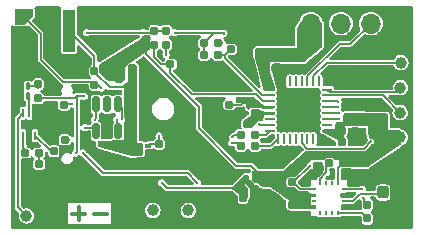
<source format=gbr>
%TF.GenerationSoftware,KiCad,Pcbnew,8.0.0*%
%TF.CreationDate,2024-03-15T11:34:24+01:00*%
%TF.ProjectId,projet s6,70726f6a-6574-4207-9336-2e6b69636164,rev?*%
%TF.SameCoordinates,Original*%
%TF.FileFunction,Copper,L1,Top*%
%TF.FilePolarity,Positive*%
%FSLAX46Y46*%
G04 Gerber Fmt 4.6, Leading zero omitted, Abs format (unit mm)*
G04 Created by KiCad (PCBNEW 8.0.0) date 2024-03-15 11:34:24*
%MOMM*%
%LPD*%
G01*
G04 APERTURE LIST*
G04 Aperture macros list*
%AMRoundRect*
0 Rectangle with rounded corners*
0 $1 Rounding radius*
0 $2 $3 $4 $5 $6 $7 $8 $9 X,Y pos of 4 corners*
0 Add a 4 corners polygon primitive as box body*
4,1,4,$2,$3,$4,$5,$6,$7,$8,$9,$2,$3,0*
0 Add four circle primitives for the rounded corners*
1,1,$1+$1,$2,$3*
1,1,$1+$1,$4,$5*
1,1,$1+$1,$6,$7*
1,1,$1+$1,$8,$9*
0 Add four rect primitives between the rounded corners*
20,1,$1+$1,$2,$3,$4,$5,0*
20,1,$1+$1,$4,$5,$6,$7,0*
20,1,$1+$1,$6,$7,$8,$9,0*
20,1,$1+$1,$8,$9,$2,$3,0*%
%AMRotRect*
0 Rectangle, with rotation*
0 The origin of the aperture is its center*
0 $1 length*
0 $2 width*
0 $3 Rotation angle, in degrees counterclockwise*
0 Add horizontal line*
21,1,$1,$2,0,0,$3*%
%AMOutline4P*
0 Free polygon, 4 corners , with rotation*
0 The origin of the aperture is its center*
0 number of corners: always 4*
0 $1 to $8 corner X, Y*
0 $9 Rotation angle, in degrees counterclockwise*
0 create outline with 4 corners*
4,1,4,$1,$2,$3,$4,$5,$6,$7,$8,$1,$2,$9*%
%AMOutline5P*
0 Free polygon, 5 corners , with rotation*
0 The origin of the aperture is its center*
0 number of corners: always 5*
0 $1 to $10 corner X, Y*
0 $11 Rotation angle, in degrees counterclockwise*
0 create outline with 5 corners*
4,1,5,$1,$2,$3,$4,$5,$6,$7,$8,$9,$10,$1,$2,$11*%
%AMOutline6P*
0 Free polygon, 6 corners , with rotation*
0 The origin of the aperture is its center*
0 number of corners: always 6*
0 $1 to $12 corner X, Y*
0 $13 Rotation angle, in degrees counterclockwise*
0 create outline with 6 corners*
4,1,6,$1,$2,$3,$4,$5,$6,$7,$8,$9,$10,$11,$12,$1,$2,$13*%
%AMOutline7P*
0 Free polygon, 7 corners , with rotation*
0 The origin of the aperture is its center*
0 number of corners: always 7*
0 $1 to $14 corner X, Y*
0 $15 Rotation angle, in degrees counterclockwise*
0 create outline with 7 corners*
4,1,7,$1,$2,$3,$4,$5,$6,$7,$8,$9,$10,$11,$12,$13,$14,$1,$2,$15*%
%AMOutline8P*
0 Free polygon, 8 corners , with rotation*
0 The origin of the aperture is its center*
0 number of corners: always 8*
0 $1 to $16 corner X, Y*
0 $17 Rotation angle, in degrees counterclockwise*
0 create outline with 8 corners*
4,1,8,$1,$2,$3,$4,$5,$6,$7,$8,$9,$10,$11,$12,$13,$14,$15,$16,$1,$2,$17*%
G04 Aperture macros list end*
%ADD10C,0.300000*%
%TA.AperFunction,NonConductor*%
%ADD11C,0.300000*%
%TD*%
%TA.AperFunction,SMDPad,CuDef*%
%ADD12Outline5P,-0.207500X0.150000X0.057500X0.150000X0.207500X0.000000X0.207500X-0.150000X-0.207500X-0.150000X180.000000*%
%TD*%
%TA.AperFunction,SMDPad,CuDef*%
%ADD13Outline5P,-0.207500X0.150000X0.207500X0.150000X0.207500X0.000000X0.057500X-0.150000X-0.207500X-0.150000X180.000000*%
%TD*%
%TA.AperFunction,SMDPad,CuDef*%
%ADD14RotRect,0.500000X0.500000X225.000000*%
%TD*%
%TA.AperFunction,SMDPad,CuDef*%
%ADD15Outline5P,-0.207500X0.150000X0.207500X0.150000X0.207500X-0.150000X-0.057500X-0.150000X-0.207500X0.000000X180.000000*%
%TD*%
%TA.AperFunction,SMDPad,CuDef*%
%ADD16Outline5P,-0.207500X0.000000X-0.057500X0.150000X0.207500X0.150000X0.207500X-0.150000X-0.207500X-0.150000X180.000000*%
%TD*%
%TA.AperFunction,SMDPad,CuDef*%
%ADD17RoundRect,0.155000X-0.155000X0.212500X-0.155000X-0.212500X0.155000X-0.212500X0.155000X0.212500X0*%
%TD*%
%TA.AperFunction,ComponentPad*%
%ADD18R,1.700000X1.700000*%
%TD*%
%TA.AperFunction,ComponentPad*%
%ADD19O,1.700000X1.700000*%
%TD*%
%TA.AperFunction,SMDPad,CuDef*%
%ADD20RoundRect,0.160000X0.197500X0.160000X-0.197500X0.160000X-0.197500X-0.160000X0.197500X-0.160000X0*%
%TD*%
%TA.AperFunction,SMDPad,CuDef*%
%ADD21RoundRect,0.160000X0.160000X-0.197500X0.160000X0.197500X-0.160000X0.197500X-0.160000X-0.197500X0*%
%TD*%
%TA.AperFunction,SMDPad,CuDef*%
%ADD22RoundRect,0.062500X-0.375000X-0.062500X0.375000X-0.062500X0.375000X0.062500X-0.375000X0.062500X0*%
%TD*%
%TA.AperFunction,SMDPad,CuDef*%
%ADD23RoundRect,0.062500X-0.062500X-0.375000X0.062500X-0.375000X0.062500X0.375000X-0.062500X0.375000X0*%
%TD*%
%TA.AperFunction,HeatsinkPad*%
%ADD24R,3.450000X3.450000*%
%TD*%
%TA.AperFunction,ComponentPad*%
%ADD25C,1.000000*%
%TD*%
%TA.AperFunction,SMDPad,CuDef*%
%ADD26RoundRect,0.155000X0.212500X0.155000X-0.212500X0.155000X-0.212500X-0.155000X0.212500X-0.155000X0*%
%TD*%
%TA.AperFunction,SMDPad,CuDef*%
%ADD27RoundRect,0.150000X0.150000X-0.512500X0.150000X0.512500X-0.150000X0.512500X-0.150000X-0.512500X0*%
%TD*%
%TA.AperFunction,SMDPad,CuDef*%
%ADD28R,0.325000X0.250000*%
%TD*%
%TA.AperFunction,SMDPad,CuDef*%
%ADD29R,0.250000X0.325000*%
%TD*%
%TA.AperFunction,SMDPad,CuDef*%
%ADD30RoundRect,0.100000X0.100000X-0.217500X0.100000X0.217500X-0.100000X0.217500X-0.100000X-0.217500X0*%
%TD*%
%TA.AperFunction,SMDPad,CuDef*%
%ADD31RoundRect,0.155000X-0.212500X-0.155000X0.212500X-0.155000X0.212500X0.155000X-0.212500X0.155000X0*%
%TD*%
%TA.AperFunction,SMDPad,CuDef*%
%ADD32RoundRect,0.160000X-0.197500X-0.160000X0.197500X-0.160000X0.197500X0.160000X-0.197500X0.160000X0*%
%TD*%
%TA.AperFunction,SMDPad,CuDef*%
%ADD33RoundRect,0.155000X0.155000X-0.212500X0.155000X0.212500X-0.155000X0.212500X-0.155000X-0.212500X0*%
%TD*%
%TA.AperFunction,SMDPad,CuDef*%
%ADD34R,0.250000X0.799999*%
%TD*%
%TA.AperFunction,SMDPad,CuDef*%
%ADD35R,1.420000X0.610000*%
%TD*%
%TA.AperFunction,SMDPad,CuDef*%
%ADD36RoundRect,0.160000X-0.160000X0.197500X-0.160000X-0.197500X0.160000X-0.197500X0.160000X0.197500X0*%
%TD*%
%TA.AperFunction,SMDPad,CuDef*%
%ADD37Outline5P,-0.650000X0.750000X0.650000X0.750000X0.650000X-0.750000X0.000000X-0.750000X-0.650000X-0.100000X90.000000*%
%TD*%
%TA.AperFunction,SMDPad,CuDef*%
%ADD38R,1.100000X3.600000*%
%TD*%
%TA.AperFunction,SMDPad,CuDef*%
%ADD39RoundRect,0.237500X-0.237500X0.300000X-0.237500X-0.300000X0.237500X-0.300000X0.237500X0.300000X0*%
%TD*%
%TA.AperFunction,SMDPad,CuDef*%
%ADD40R,0.500000X0.350000*%
%TD*%
%TA.AperFunction,SMDPad,CuDef*%
%ADD41R,0.340000X0.330000*%
%TD*%
%TA.AperFunction,SMDPad,CuDef*%
%ADD42Outline4P,-0.450000X-0.220000X0.450000X-0.220000X0.450000X0.220000X-0.450000X0.220000X90.000000*%
%TD*%
%TA.AperFunction,SMDPad,CuDef*%
%ADD43R,1.500000X0.550000*%
%TD*%
%TA.AperFunction,ComponentPad*%
%ADD44R,1.650000X1.050000*%
%TD*%
%TA.AperFunction,WasherPad*%
%ADD45C,1.000000*%
%TD*%
%TA.AperFunction,ViaPad*%
%ADD46C,0.300000*%
%TD*%
%TA.AperFunction,Conductor*%
%ADD47C,0.150000*%
%TD*%
%TA.AperFunction,Conductor*%
%ADD48C,0.200000*%
%TD*%
G04 APERTURE END LIST*
D10*
D11*
X178754510Y-82689400D02*
X179897368Y-82689400D01*
X179325939Y-83260828D02*
X179325939Y-82117971D01*
X180611653Y-82689400D02*
X181754511Y-82689400D01*
D12*
%TO.P,U3,1,VOUT*%
%TO.N,+3.3V*%
X194222500Y-79860000D03*
D13*
%TO.P,U3,2,GND*%
%TO.N,GND*%
X194222500Y-80570000D03*
D14*
X193830000Y-80215000D03*
D15*
%TO.P,U3,3,EN*%
%TO.N,Net-(SW6-B)*%
X193437500Y-80570000D03*
D16*
%TO.P,U3,4,VIN*%
X193437500Y-79860000D03*
%TD*%
D17*
%TO.P,C14,1*%
%TO.N,Net-(SW6-B)*%
X193240000Y-81332500D03*
%TO.P,C14,2*%
%TO.N,GND*%
X193240000Y-82467500D03*
%TD*%
D18*
%TO.P,J2,1,Pin_1*%
%TO.N,GND*%
X196450000Y-66600000D03*
D19*
%TO.P,J2,2,Pin_2*%
%TO.N,+3.3V*%
X198990000Y-66600000D03*
%TO.P,J2,3,Pin_3*%
%TO.N,OLED_SCL*%
X201530000Y-66600000D03*
%TO.P,J2,4,Pin_4*%
%TO.N,OLED_SDA*%
X204070000Y-66600000D03*
%TD*%
D20*
%TO.P,R9,1*%
%TO.N,COMPASSCL*%
X197377500Y-80040000D03*
%TO.P,R9,2*%
%TO.N,+3.3V*%
X196182500Y-80040000D03*
%TD*%
D21*
%TO.P,R1,1*%
%TO.N,GND*%
X177220000Y-78607500D03*
%TO.P,R1,2*%
%TO.N,Net-(U2-PROG)*%
X177220000Y-77412500D03*
%TD*%
D22*
%TO.P,U1,1,VDD*%
%TO.N,+3.3V*%
X195512500Y-72180000D03*
%TO.P,U1,2,PC14*%
%TO.N,B1*%
X195512500Y-72680000D03*
%TO.P,U1,3,PC15*%
%TO.N,B2*%
X195512500Y-73180000D03*
%TO.P,U1,4,NRST*%
%TO.N,Net-(U1-NRST)*%
X195512500Y-73680000D03*
%TO.P,U1,5,VDDA*%
%TO.N,+3.3V*%
X195512500Y-74180000D03*
%TO.P,U1,6,PA0*%
%TO.N,unconnected-(U1-PA0-Pad6)*%
X195512500Y-74680000D03*
%TO.P,U1,7,PA1*%
%TO.N,ALIMGPS*%
X195512500Y-75180000D03*
%TO.P,U1,8,PA2*%
%TO.N,GPSRX*%
X195512500Y-75680000D03*
D23*
%TO.P,U1,9,PA3*%
%TO.N,GPSTX*%
X196200000Y-76367500D03*
%TO.P,U1,10,PA4*%
%TO.N,unconnected-(U1-PA4-Pad10)*%
X196700000Y-76367500D03*
%TO.P,U1,11,PA5*%
%TO.N,unconnected-(U1-PA5-Pad11)*%
X197200000Y-76367500D03*
%TO.P,U1,12,PA6*%
%TO.N,unconnected-(U1-PA6-Pad12)*%
X197700000Y-76367500D03*
%TO.P,U1,13,PA7*%
%TO.N,OLED_SCL*%
X198200000Y-76367500D03*
%TO.P,U1,14,PB0*%
%TO.N,unconnected-(U1-PB0-Pad14)*%
X198700000Y-76367500D03*
%TO.P,U1,15,PB1*%
%TO.N,unconnected-(U1-PB1-Pad15)*%
X199200000Y-76367500D03*
%TO.P,U1,16,VSS*%
%TO.N,GND*%
X199700000Y-76367500D03*
D22*
%TO.P,U1,17,VDD*%
%TO.N,+3.3V*%
X200387500Y-75680000D03*
%TO.P,U1,18,PA8*%
%TO.N,unconnected-(U1-PA8-Pad18)*%
X200387500Y-75180000D03*
%TO.P,U1,19,PA9*%
%TO.N,COMPASSCL*%
X200387500Y-74680000D03*
%TO.P,U1,20,PA10*%
%TO.N,COMPASSDA*%
X200387500Y-74180000D03*
%TO.P,U1,21,PA11*%
%TO.N,D-*%
X200387500Y-73680000D03*
%TO.P,U1,22,PA12*%
%TO.N,D+*%
X200387500Y-73180000D03*
%TO.P,U1,23,PA13*%
%TO.N,SWDIO*%
X200387500Y-72680000D03*
%TO.P,U1,24,PA14*%
%TO.N,SWCLK*%
X200387500Y-72180000D03*
D23*
%TO.P,U1,25,PA15*%
%TO.N,unconnected-(U1-PA15-Pad25)*%
X199700000Y-71492500D03*
%TO.P,U1,26,PB3*%
%TO.N,SWO*%
X199200000Y-71492500D03*
%TO.P,U1,27,PB4*%
%TO.N,OLED_SDA*%
X198700000Y-71492500D03*
%TO.P,U1,28,PB5*%
%TO.N,unconnected-(U1-PB5-Pad28)*%
X198200000Y-71492500D03*
%TO.P,U1,29,PB6*%
%TO.N,unconnected-(U1-PB6-Pad29)*%
X197700000Y-71492500D03*
%TO.P,U1,30,PB7*%
%TO.N,unconnected-(U1-PB7-Pad30)*%
X197200000Y-71492500D03*
%TO.P,U1,31,PH3*%
%TO.N,GND*%
X196700000Y-71492500D03*
%TO.P,U1,32,VSS*%
X196200000Y-71492500D03*
D24*
%TO.P,U1,33,VSS*%
X197950000Y-73930000D03*
%TD*%
D25*
%TO.P,TP5,1,1*%
%TO.N,BAT+*%
X174910000Y-82900000D03*
%TD*%
%TO.P,TP9,1,1*%
%TO.N,SWDIO*%
X206550000Y-74140000D03*
%TD*%
D26*
%TO.P,C3,1*%
%TO.N,GND*%
X202737500Y-75660000D03*
%TO.P,C3,2*%
%TO.N,+3.3V*%
X201602500Y-75660000D03*
%TD*%
D20*
%TO.P,R4,1*%
%TO.N,Net-(J1-CC2)*%
X178127500Y-73490000D03*
%TO.P,R4,2*%
%TO.N,GND*%
X176932500Y-73490000D03*
%TD*%
%TO.P,R7,1*%
%TO.N,GPSTX*%
X194267500Y-76970000D03*
%TO.P,R7,2*%
%TO.N,Net-(PA1010D1-TX)*%
X193072500Y-76970000D03*
%TD*%
D17*
%TO.P,C15,1*%
%TO.N,+3.3V*%
X195120000Y-80062500D03*
%TO.P,C15,2*%
%TO.N,GND*%
X195120000Y-81197500D03*
%TD*%
D27*
%TO.P,U4,1,I/O1*%
%TO.N,Net-(J1-D+-PadA6)*%
X180800000Y-75707500D03*
%TO.P,U4,2,GND*%
%TO.N,GND*%
X181750000Y-75707500D03*
%TO.P,U4,3,I/O2*%
%TO.N,D+*%
X182700000Y-75707500D03*
%TO.P,U4,4,I/O2*%
%TO.N,D-*%
X182700000Y-73432500D03*
%TO.P,U4,5,VBUS*%
%TO.N,vusb*%
X181750000Y-73432500D03*
%TO.P,U4,6,I/O1*%
%TO.N,Net-(J1-D--PadA7)*%
X180800000Y-73432500D03*
%TD*%
D25*
%TO.P,TP11,1,1*%
%TO.N,SWCLK*%
X206570000Y-72030000D03*
%TD*%
D28*
%TO.P,IC1,1,SCL*%
%TO.N,COMPASSCL*%
X199257000Y-80630000D03*
%TO.P,IC1,2,VDD*%
%TO.N,+3.3V*%
X199257000Y-81130000D03*
%TO.P,IC1,3,NC_1*%
%TO.N,unconnected-(IC1-NC_1-Pad3)*%
X199257000Y-81630000D03*
%TO.P,IC1,4,S1*%
%TO.N,+3.3V*%
X199257000Y-82130000D03*
D29*
%TO.P,IC1,5,NC_2*%
%TO.N,unconnected-(IC1-NC_2-Pad5)*%
X199770000Y-82643000D03*
%TO.P,IC1,6,NC_3*%
%TO.N,unconnected-(IC1-NC_3-Pad6)*%
X200270000Y-82643000D03*
%TO.P,IC1,7,NC_4*%
%TO.N,unconnected-(IC1-NC_4-Pad7)*%
X200770000Y-82643000D03*
%TO.P,IC1,8,STEP*%
%TO.N,Net-(IC1-STEP)*%
X201270000Y-82643000D03*
D28*
%TO.P,IC1,9,GND_1*%
%TO.N,GND*%
X201783000Y-82130000D03*
%TO.P,IC1,10,C1*%
%TO.N,Net-(IC1-C1)*%
X201783000Y-81630000D03*
%TO.P,IC1,11,GND_2*%
%TO.N,GND*%
X201783000Y-81130000D03*
%TO.P,IC1,12,SETC*%
%TO.N,Net-(IC1-SETC)*%
X201783000Y-80630000D03*
D29*
%TO.P,IC1,13,VDDIO*%
%TO.N,+3.3V*%
X201270000Y-80117000D03*
%TO.P,IC1,14,NC_5*%
%TO.N,unconnected-(IC1-NC_5-Pad14)*%
X200770000Y-80117000D03*
%TO.P,IC1,15,DRDY*%
%TO.N,unconnected-(IC1-DRDY-Pad15)*%
X200270000Y-80117000D03*
%TO.P,IC1,16,SDA*%
%TO.N,COMPASSDA*%
X199770000Y-80117000D03*
%TD*%
D25*
%TO.P,TP7,1,1*%
%TO.N,+3.3V*%
X206570000Y-76240000D03*
%TD*%
D20*
%TO.P,R8,1*%
%TO.N,+3.3V*%
X201727500Y-78370000D03*
%TO.P,R8,2*%
%TO.N,COMPASSDA*%
X200532500Y-78370000D03*
%TD*%
D30*
%TO.P,D1,1,K*%
%TO.N,Net-(D1-K)*%
X175020000Y-72727500D03*
%TO.P,D1,2,A*%
%TO.N,Net-(D1-A)*%
X175020000Y-71912500D03*
%TD*%
D31*
%TO.P,C1,1*%
%TO.N,vusb*%
X174802500Y-77560000D03*
%TO.P,C1,2*%
%TO.N,Net-(C1-Pad2)*%
X175937500Y-77560000D03*
%TD*%
D32*
%TO.P,R6,1*%
%TO.N,Net-(PA1010D1-RX)*%
X193062500Y-76030000D03*
%TO.P,R6,2*%
%TO.N,GPSRX*%
X194257500Y-76030000D03*
%TD*%
D25*
%TO.P,TP8,1,1*%
%TO.N,GND*%
X194790000Y-82820000D03*
%TD*%
D31*
%TO.P,C16,1*%
%TO.N,B1*%
X192212500Y-68780000D03*
%TO.P,C16,2*%
%TO.N,GND*%
X193347500Y-68780000D03*
%TD*%
%TO.P,C9,1*%
%TO.N,+3.3V*%
X182732500Y-71290000D03*
%TO.P,C9,2*%
%TO.N,GNDGPS*%
X183867500Y-71290000D03*
%TD*%
D33*
%TO.P,C10,1*%
%TO.N,Net-(BT1-+)*%
X180670000Y-71757500D03*
%TO.P,C10,2*%
%TO.N,GNDGPS*%
X180670000Y-70622500D03*
%TD*%
D26*
%TO.P,C12,1*%
%TO.N,+3.3V*%
X197417500Y-81930000D03*
%TO.P,C12,2*%
%TO.N,GND*%
X196282500Y-81930000D03*
%TD*%
D20*
%TO.P,R5,1*%
%TO.N,Net-(J1-CC1)*%
X178137500Y-76440000D03*
%TO.P,R5,2*%
%TO.N,GND*%
X176942500Y-76440000D03*
%TD*%
D34*
%TO.P,U2,1,GND*%
%TO.N,GND*%
X175620000Y-74179998D03*
%TO.P,U2,2,\u002ACHRG*%
%TO.N,Net-(D1-K)*%
X175120001Y-74179998D03*
%TO.P,U2,3,BAT*%
%TO.N,BAT+*%
X174620002Y-74179998D03*
%TO.P,U2,4,VCC*%
%TO.N,vusb*%
X174620002Y-76080000D03*
%TO.P,U2,5,\u002AEN/\u002AACPR*%
%TO.N,GND*%
X175120001Y-76080000D03*
%TO.P,U2,6,PROG*%
%TO.N,Net-(U2-PROG)*%
X175620000Y-76080000D03*
D35*
%TO.P,U2,7,S*%
%TO.N,GND*%
X175120001Y-75129999D03*
%TD*%
D21*
%TO.P,R13,1*%
%TO.N,+3.3V*%
X186740000Y-68387500D03*
%TO.P,R13,2*%
%TO.N,Net-(R10-Pad1)*%
X186740000Y-67192500D03*
%TD*%
D36*
%TO.P,R10,1*%
%TO.N,Net-(R10-Pad1)*%
X185750000Y-67185000D03*
%TO.P,R10,2*%
%TO.N,B2*%
X185750000Y-68380000D03*
%TD*%
D20*
%TO.P,R2,1*%
%TO.N,Net-(C1-Pad2)*%
X175987500Y-78500000D03*
%TO.P,R2,2*%
%TO.N,GND*%
X174792500Y-78500000D03*
%TD*%
D25*
%TO.P,TP1,1,1*%
%TO.N,GND*%
X177040000Y-82950000D03*
%TD*%
D21*
%TO.P,R3,1*%
%TO.N,vusb*%
X175890000Y-72927500D03*
%TO.P,R3,2*%
%TO.N,Net-(D1-A)*%
X175890000Y-71732500D03*
%TD*%
D37*
%TO.P,BT1,1,+*%
%TO.N,Net-(BT1-+)*%
X174705000Y-66039012D03*
D38*
%TO.P,BT1,2,-*%
%TO.N,GNDGPS*%
X178495000Y-67189012D03*
%TD*%
D32*
%TO.P,R11,1*%
%TO.N,Net-(R11-Pad1)*%
X189952500Y-69280000D03*
%TO.P,R11,2*%
%TO.N,B1*%
X191147500Y-69280000D03*
%TD*%
D25*
%TO.P,TP10,1,1*%
%TO.N,SWO*%
X206610000Y-69910000D03*
%TD*%
D39*
%TO.P,C13,1*%
%TO.N,Net-(IC1-C1)*%
X205100000Y-80897500D03*
%TO.P,C13,2*%
%TO.N,GND*%
X205100000Y-82622500D03*
%TD*%
D26*
%TO.P,C4,1*%
%TO.N,GND*%
X202737500Y-76610000D03*
%TO.P,C4,2*%
%TO.N,+3.3V*%
X201602500Y-76610000D03*
%TD*%
D36*
%TO.P,R14,1*%
%TO.N,ALIMGPS*%
X186160000Y-76792500D03*
%TO.P,R14,2*%
%TO.N,GND*%
X186160000Y-77987500D03*
%TD*%
D20*
%TO.P,R12,1*%
%TO.N,+3.3V*%
X191137500Y-68280000D03*
%TO.P,R12,2*%
%TO.N,Net-(R11-Pad1)*%
X189942500Y-68280000D03*
%TD*%
D31*
%TO.P,C2,1*%
%TO.N,GND*%
X193122500Y-74170000D03*
%TO.P,C2,2*%
%TO.N,+3.3V*%
X194257500Y-74170000D03*
%TD*%
%TO.P,C17,1*%
%TO.N,B2*%
X187102500Y-70040000D03*
%TO.P,C17,2*%
%TO.N,GND*%
X188237500Y-70040000D03*
%TD*%
D26*
%TO.P,C6,1*%
%TO.N,GND*%
X196137500Y-70290000D03*
%TO.P,C6,2*%
%TO.N,+3.3V*%
X195002500Y-70290000D03*
%TD*%
D40*
%TO.P,Q1,1,G*%
%TO.N,ALIMGPS*%
X185180000Y-76925000D03*
%TO.P,Q1,2,S*%
%TO.N,GND*%
X185180000Y-77575000D03*
D41*
%TO.P,Q1,3,D*%
%TO.N,GNDGPS*%
X184100000Y-77250000D03*
D42*
X184490000Y-77250000D03*
%TD*%
D31*
%TO.P,C5,1*%
%TO.N,GND*%
X192462500Y-75100000D03*
%TO.P,C5,2*%
%TO.N,+3.3V*%
X193597500Y-75100000D03*
%TD*%
%TO.P,C7,1*%
%TO.N,GND*%
X190952500Y-73460000D03*
%TO.P,C7,2*%
%TO.N,Net-(U1-NRST)*%
X192087500Y-73460000D03*
%TD*%
D43*
%TO.P,SW5,1,1*%
%TO.N,GND*%
X193420000Y-69835000D03*
%TO.P,SW5,2,2*%
%TO.N,Net-(U1-NRST)*%
X193420000Y-73085000D03*
%TD*%
D31*
%TO.P,C8,1*%
%TO.N,+3.3V*%
X182742500Y-70360000D03*
%TO.P,C8,2*%
%TO.N,GNDGPS*%
X183877500Y-70360000D03*
%TD*%
D17*
%TO.P,C11,1*%
%TO.N,Net-(IC1-SETC)*%
X203770000Y-81962500D03*
%TO.P,C11,2*%
%TO.N,Net-(IC1-STEP)*%
X203770000Y-83097500D03*
%TD*%
D44*
%TO.P,SW1,1,1*%
%TO.N,GND*%
X187335000Y-65935000D03*
X191185000Y-65935000D03*
%TD*%
D45*
%TO.P,SW6,*%
%TO.N,*%
X188615000Y-82417500D03*
X185615000Y-82417500D03*
%TD*%
D44*
%TO.P,SW2,1,1*%
%TO.N,GND*%
X180450000Y-65940000D03*
X184300000Y-65940000D03*
%TD*%
D46*
%TO.N,+3.3V*%
X202250000Y-74510000D03*
X185070000Y-68540000D03*
X199320000Y-68170000D03*
X195120000Y-69430000D03*
X191480000Y-68270000D03*
X186730000Y-69230000D03*
X198770000Y-68190000D03*
X194820000Y-74470000D03*
X198220000Y-68190000D03*
X194810000Y-74100000D03*
X202810000Y-74510000D03*
X202270000Y-75020000D03*
X194720000Y-69430000D03*
X182040000Y-70460000D03*
X194720000Y-69030000D03*
X181350000Y-70450000D03*
X195120000Y-69030000D03*
X202790000Y-75020000D03*
X194830000Y-79550000D03*
%TO.N,GNDGPS*%
X181200000Y-76840000D03*
X182020000Y-76820000D03*
%TO.N,Net-(BT1-+)*%
X181260000Y-72050000D03*
%TO.N,Net-(IC1-SETC)*%
X203440000Y-81330000D03*
X203330000Y-80610000D03*
%TO.N,COMPASSCL*%
X198900000Y-78630000D03*
X201390000Y-74700000D03*
%TO.N,COMPASSDA*%
X200305000Y-79205000D03*
X201360000Y-74210000D03*
%TO.N,Net-(J1-CC2)*%
X178730000Y-73400000D03*
%TO.N,Net-(J1-CC1)*%
X178540000Y-76420000D03*
%TO.N,OLED_SCL*%
X204080000Y-76580000D03*
%TO.N,Net-(PA1010D1-TX)*%
X192290000Y-76700000D03*
%TO.N,Net-(PA1010D1-RX)*%
X192350000Y-76200000D03*
%TO.N,ALIMGPS*%
X194575000Y-75075000D03*
X186140000Y-76110000D03*
%TO.N,vusb*%
X174630000Y-76980000D03*
X179070000Y-77560000D03*
X179700000Y-77560000D03*
X179810000Y-72760000D03*
X189390000Y-80080000D03*
X179170000Y-72760000D03*
X181720000Y-72990000D03*
%TO.N,D+*%
X182560000Y-74720000D03*
X201290000Y-73200000D03*
%TO.N,D-*%
X183010000Y-74710000D03*
X201290000Y-73690000D03*
%TO.N,Net-(SW6-B)*%
X186360000Y-80070000D03*
%TO.N,GND*%
X183560000Y-80080000D03*
X198670000Y-73060000D03*
X173970000Y-71580000D03*
X192300000Y-68090000D03*
X191270000Y-79900000D03*
X193000000Y-78980000D03*
X187000000Y-78000000D03*
X177000000Y-69000000D03*
X200750000Y-79400000D03*
X175900000Y-65410000D03*
X184430000Y-78490000D03*
X175000000Y-67500000D03*
X188410000Y-70960000D03*
X199410000Y-74640000D03*
X174840000Y-69160000D03*
X176910000Y-83610000D03*
X197910000Y-83610000D03*
X184410000Y-83610000D03*
X187410000Y-83610000D03*
X189820000Y-73140000D03*
X176740000Y-75760000D03*
X175310000Y-80180000D03*
X198660000Y-74640000D03*
X196410000Y-74640000D03*
X178740000Y-80980000D03*
X198440000Y-79990000D03*
X199420000Y-73070000D03*
X179440000Y-80980000D03*
X174140000Y-69160000D03*
X199410000Y-72390000D03*
X188590000Y-75010000D03*
X182210000Y-74300000D03*
X188180000Y-68370000D03*
X200220000Y-68050000D03*
X175600000Y-75120000D03*
X177400000Y-65410000D03*
X179100000Y-78350000D03*
X184900000Y-65410000D03*
X191910000Y-83610000D03*
X178740000Y-80180000D03*
X205410000Y-83610000D03*
X202540000Y-81070000D03*
X194380000Y-71440000D03*
X175540000Y-69160000D03*
X197900000Y-74080000D03*
X205900000Y-65410000D03*
X175410000Y-83610000D03*
X181170000Y-68400000D03*
X182940000Y-78610000D03*
X196000000Y-78000000D03*
X178040000Y-80980000D03*
X197160000Y-74640000D03*
X196400000Y-73070000D03*
X190000000Y-79000000D03*
X196420000Y-74080000D03*
X207400000Y-74410000D03*
X207400000Y-80410000D03*
X178040000Y-70910000D03*
X207400000Y-78910000D03*
X174140000Y-70760000D03*
X185780000Y-71740000D03*
X178410000Y-83610000D03*
X174610000Y-80180000D03*
X179180000Y-71980000D03*
X196410000Y-83610000D03*
X174570000Y-73350000D03*
X204760000Y-73480000D03*
X178740000Y-69310000D03*
X179440000Y-80180000D03*
X176000000Y-66000000D03*
X207400000Y-75910000D03*
X178040000Y-80180000D03*
X177000000Y-67000000D03*
X197410000Y-77480000D03*
X173970000Y-73080000D03*
X202450000Y-79360000D03*
X206500000Y-80150000D03*
X197160000Y-72390000D03*
X197910000Y-75390000D03*
X185870000Y-66070000D03*
X188850000Y-68330000D03*
X191560000Y-75800000D03*
X189270000Y-71590000D03*
X199410000Y-75390000D03*
X207400000Y-77410000D03*
X197160000Y-75390000D03*
X207400000Y-81910000D03*
X173910000Y-83610000D03*
X196410000Y-75390000D03*
X193900000Y-65410000D03*
X176780000Y-74270000D03*
X204400000Y-65410000D03*
X179440000Y-70910000D03*
X173970000Y-68580000D03*
X175540000Y-69960000D03*
X198660000Y-75390000D03*
X187000000Y-77000000D03*
X197910000Y-74640000D03*
X181900000Y-65410000D03*
X179810000Y-72000000D03*
X175540000Y-70760000D03*
X195680000Y-76190000D03*
X177300000Y-72230000D03*
X179440000Y-70110000D03*
X205030000Y-79140000D03*
X179910000Y-83610000D03*
X207400000Y-71410000D03*
X175310000Y-80980000D03*
X200910000Y-83610000D03*
X195400000Y-65410000D03*
X189000000Y-78000000D03*
X181840000Y-75800000D03*
X181410000Y-83610000D03*
X178170000Y-74310000D03*
X199410000Y-74090000D03*
X202410000Y-83610000D03*
X197170000Y-73060000D03*
X179440000Y-79380000D03*
X181200000Y-69460000D03*
X174840000Y-70760000D03*
X197910000Y-72390000D03*
X173970000Y-67080000D03*
X193520000Y-67740000D03*
X193550000Y-66230000D03*
X184770000Y-74750000D03*
X183400000Y-65410000D03*
X188040000Y-73260000D03*
X187490000Y-75600000D03*
X189000000Y-77000000D03*
X184720000Y-72820000D03*
X197920000Y-73060000D03*
X197160000Y-74090000D03*
X193890000Y-69520000D03*
X198400000Y-65410000D03*
X182390000Y-65990000D03*
X199410000Y-83610000D03*
X191110000Y-71310000D03*
X181000000Y-80000000D03*
X174610000Y-80980000D03*
X175630000Y-76850000D03*
X194390000Y-78290000D03*
X181280000Y-74310000D03*
X178040000Y-70110000D03*
X192400000Y-65410000D03*
X184890000Y-70070000D03*
X189250000Y-65940000D03*
X178740000Y-70910000D03*
X203840000Y-73510000D03*
X196410000Y-72390000D03*
X177000000Y-81000000D03*
X174840000Y-69960000D03*
X203480000Y-76460000D03*
X175120000Y-76850000D03*
X189400000Y-65410000D03*
X206530000Y-78060000D03*
X201400000Y-65410000D03*
X199080000Y-79350000D03*
X189870000Y-74150000D03*
X200770000Y-76730000D03*
X207400000Y-65410000D03*
X207400000Y-72910000D03*
X207400000Y-83410000D03*
X206370000Y-66140000D03*
X175310000Y-79380000D03*
X198120000Y-70390000D03*
X204060000Y-69240000D03*
X185010000Y-76060000D03*
X178040000Y-79380000D03*
X186440000Y-69590000D03*
X180520000Y-76870000D03*
X202180000Y-76120000D03*
X203460000Y-75690000D03*
X174140000Y-69960000D03*
X189280000Y-66860000D03*
X202900000Y-65410000D03*
X199900000Y-65410000D03*
X178040000Y-69310000D03*
X189880000Y-70930000D03*
X193410000Y-83610000D03*
X174610000Y-79380000D03*
X207400000Y-68410000D03*
X193150000Y-71850000D03*
X182910000Y-83610000D03*
X188910000Y-83610000D03*
X188000000Y-77000000D03*
X187900000Y-65410000D03*
X196990000Y-70400000D03*
X188120000Y-81160000D03*
X207400000Y-66910000D03*
X192640000Y-69560000D03*
X178740000Y-70110000D03*
X179760000Y-78330000D03*
X196900000Y-65410000D03*
X198650000Y-74090000D03*
X200140000Y-71700000D03*
X198660000Y-72390000D03*
X182380000Y-66900000D03*
X190410000Y-83610000D03*
X186400000Y-65410000D03*
X185910000Y-83610000D03*
X178740000Y-79380000D03*
X176890000Y-71380000D03*
X178300000Y-75700000D03*
X182000000Y-81000000D03*
X174670000Y-75130000D03*
X207400000Y-69910000D03*
X179440000Y-69310000D03*
X188190000Y-69280000D03*
X206910000Y-83610000D03*
X183170000Y-68220000D03*
X202740000Y-82100000D03*
X190900000Y-65410000D03*
X188000000Y-78000000D03*
%TO.N,Net-(R10-Pad1)*%
X184800000Y-67360000D03*
X180000000Y-67360000D03*
%TO.N,Net-(R11-Pad1)*%
X187460000Y-67370000D03*
X191630000Y-67420000D03*
%TO.N,Net-(J1-D--PadA7)*%
X180680000Y-74730000D03*
%TO.N,Net-(J1-D+-PadA6)*%
X179870000Y-75400000D03*
%TD*%
D47*
%TO.N,Net-(C1-Pad2)*%
X175937500Y-78450000D02*
X175987500Y-78500000D01*
X175767500Y-78240000D02*
X175827500Y-78300000D01*
X175937500Y-77560000D02*
X175937500Y-78450000D01*
D48*
%TO.N,+3.3V*%
X185070000Y-68540000D02*
X185070000Y-69204975D01*
X193910000Y-78630000D02*
X194830000Y-79550000D01*
X186740000Y-69220000D02*
X186730000Y-69230000D01*
X201270000Y-78827500D02*
X201727500Y-78370000D01*
X186740000Y-68387500D02*
X186740000Y-69220000D01*
X201270000Y-80117000D02*
X201270000Y-78827500D01*
X182962500Y-70510000D02*
X183002500Y-70470000D01*
X189520000Y-73654975D02*
X189520000Y-75460000D01*
X189520000Y-75460000D02*
X192690000Y-78630000D01*
X182050000Y-70470000D02*
X182040000Y-70460000D01*
X192690000Y-78630000D02*
X193910000Y-78630000D01*
X185070000Y-69204975D02*
X189520000Y-73654975D01*
D47*
%TO.N,Net-(U1-NRST)*%
X193045000Y-73460000D02*
X193420000Y-73085000D01*
X193747500Y-73012500D02*
X193675000Y-73085000D01*
X193675000Y-73085000D02*
X193420000Y-73085000D01*
X192087500Y-73460000D02*
X193045000Y-73460000D01*
D48*
%TO.N,GNDGPS*%
X183637500Y-71439999D02*
X183637500Y-71290000D01*
X180670000Y-70852500D02*
X180819999Y-70852500D01*
X178690000Y-65690000D02*
X178710000Y-68480000D01*
X178495000Y-67189012D02*
X180670000Y-69364012D01*
X183097499Y-71980000D02*
X183637500Y-71439999D01*
X181947499Y-71980000D02*
X183097499Y-71980000D01*
X178710000Y-68480000D02*
X178690000Y-68283603D01*
X180670000Y-69364012D02*
X180670000Y-70852500D01*
X180819999Y-70852500D02*
X181947499Y-71980000D01*
D47*
X184490000Y-77250000D02*
X184100000Y-77250000D01*
%TO.N,Net-(BT1-+)*%
X176120000Y-69640000D02*
X178007500Y-71527500D01*
X174705000Y-66039012D02*
X176120000Y-67454012D01*
X176120000Y-67454012D02*
X176120000Y-69640000D01*
X180737500Y-71527500D02*
X181260000Y-72050000D01*
X178007500Y-71527500D02*
X180737500Y-71527500D01*
%TO.N,Net-(IC1-SETC)*%
X203440000Y-81330000D02*
X203520000Y-81410000D01*
X203310000Y-80630000D02*
X203330000Y-80610000D01*
X201783000Y-80630000D02*
X203310000Y-80630000D01*
X203520000Y-81410000D02*
X203520000Y-81992500D01*
%TO.N,Net-(IC1-STEP)*%
X203315500Y-82643000D02*
X203770000Y-83097500D01*
X201270000Y-82643000D02*
X203315500Y-82643000D01*
%TO.N,Net-(IC1-C1)*%
X204642500Y-81005000D02*
X204770000Y-80877500D01*
X203185000Y-81005000D02*
X204642500Y-81005000D01*
X201783000Y-81630000D02*
X202560000Y-81630000D01*
X202560000Y-81630000D02*
X203185000Y-81005000D01*
%TO.N,Net-(D1-K)*%
X175120001Y-74179998D02*
X175120001Y-72747501D01*
X175120001Y-72747501D02*
X175110000Y-72737500D01*
%TO.N,Net-(D1-A)*%
X175110000Y-71922500D02*
X175800000Y-71922500D01*
X175800000Y-71922500D02*
X175910000Y-72032500D01*
%TO.N,COMPASSCL*%
X197500000Y-80030000D02*
X197487500Y-80030000D01*
X198087500Y-80630000D02*
X197487500Y-80030000D01*
X199257000Y-80630000D02*
X198087500Y-80630000D01*
X198900000Y-78630000D02*
X197500000Y-80030000D01*
X200387500Y-74680000D02*
X201370000Y-74680000D01*
X201370000Y-74680000D02*
X201390000Y-74700000D01*
%TO.N,COMPASSDA*%
X201330000Y-74180000D02*
X201360000Y-74210000D01*
X200305000Y-79205000D02*
X200305000Y-78597500D01*
X200387500Y-74180000D02*
X201330000Y-74180000D01*
X200305000Y-79205000D02*
X199770000Y-79740000D01*
X200305000Y-78597500D02*
X200532500Y-78370000D01*
X199770000Y-79740000D02*
X199770000Y-80117000D01*
%TO.N,Net-(J1-CC2)*%
X178710000Y-73420000D02*
X177877500Y-73420000D01*
X178730000Y-73400000D02*
X178710000Y-73420000D01*
%TO.N,Net-(J1-CC1)*%
X177877500Y-76440000D02*
X178520000Y-76440000D01*
X178520000Y-76440000D02*
X178540000Y-76420000D01*
%TO.N,OLED_SCL*%
X203460000Y-77200000D02*
X198686680Y-77200000D01*
X198686680Y-77200000D02*
X198200000Y-76713320D01*
X204080000Y-76580000D02*
X203460000Y-77200000D01*
X198200000Y-76713320D02*
X198200000Y-76367500D01*
%TO.N,OLED_SDA*%
X198700000Y-71492500D02*
X198700000Y-71055001D01*
X202345000Y-68325000D02*
X204070000Y-66600000D01*
X198700000Y-71055001D02*
X201430001Y-68325000D01*
X201430001Y-68325000D02*
X202345000Y-68325000D01*
%TO.N,Net-(PA1010D1-TX)*%
X192290000Y-76700000D02*
X192320000Y-76730000D01*
X192320000Y-76730000D02*
X193022500Y-76730000D01*
%TO.N,Net-(PA1010D1-RX)*%
X192520000Y-76030000D02*
X193062500Y-76030000D01*
X193062500Y-75900000D02*
X193042500Y-75880000D01*
X193062500Y-76030000D02*
X193062500Y-75900000D01*
X192350000Y-76200000D02*
X192520000Y-76030000D01*
%TO.N,ALIMGPS*%
X186140000Y-76772500D02*
X186140000Y-76110000D01*
X185312500Y-76792500D02*
X186160000Y-76792500D01*
X186160000Y-76792500D02*
X186140000Y-76772500D01*
X185180000Y-76925000D02*
X185312500Y-76792500D01*
X195512500Y-75180000D02*
X194680000Y-75180000D01*
X194680000Y-75180000D02*
X194575000Y-75075000D01*
%TO.N,Net-(U2-PROG)*%
X176952500Y-77412500D02*
X175620000Y-76080000D01*
X177220000Y-77412500D02*
X176952500Y-77412500D01*
%TO.N,GPSRX*%
X195172500Y-76020000D02*
X195512500Y-75680000D01*
X194267500Y-76020000D02*
X195172500Y-76020000D01*
%TO.N,GPSTX*%
X195560000Y-76970000D02*
X195670000Y-76860000D01*
X194267500Y-76970000D02*
X195560000Y-76970000D01*
X195670000Y-76860000D02*
X195707500Y-76860000D01*
X195707500Y-76860000D02*
X196200000Y-76367500D01*
%TO.N,B2*%
X186330000Y-70040000D02*
X187102500Y-70040000D01*
X185750000Y-69460000D02*
X186330000Y-70040000D01*
X188900000Y-72590000D02*
X187102500Y-70792500D01*
X187102500Y-70792500D02*
X187102500Y-70040000D01*
X185750000Y-68380000D02*
X185750000Y-69460000D01*
X194325000Y-72585000D02*
X191049999Y-72585000D01*
X195512500Y-73180000D02*
X194920000Y-73180000D01*
X191044999Y-72590000D02*
X188900000Y-72590000D01*
X191049999Y-72585000D02*
X191044999Y-72590000D01*
X194920000Y-73180000D02*
X194325000Y-72585000D01*
%TO.N,B1*%
X191692500Y-69482500D02*
X194890000Y-72680000D01*
X191147500Y-69280000D02*
X191692500Y-69280000D01*
X194890000Y-72680000D02*
X195512500Y-72680000D01*
X191692500Y-69280000D02*
X191692500Y-69482500D01*
X191692500Y-69280000D02*
X192192500Y-68780000D01*
D48*
%TO.N,vusb*%
X188550000Y-79240000D02*
X189390000Y-80080000D01*
X179170000Y-77460000D02*
X179170000Y-72760000D01*
X179070000Y-77560000D02*
X179170000Y-77460000D01*
X179170000Y-72760000D02*
X178990000Y-72940000D01*
X174620002Y-76080000D02*
X174620002Y-76970002D01*
X174635000Y-76094998D02*
X174620002Y-76080000D01*
X174620002Y-76970002D02*
X174630000Y-76980000D01*
X174620002Y-76989998D02*
X174620002Y-77167502D01*
X179700000Y-77560000D02*
X181380000Y-79240000D01*
X179170000Y-72760000D02*
X179810000Y-72760000D01*
X178990000Y-72940000D02*
X176142500Y-72940000D01*
X174630000Y-76980000D02*
X174620002Y-76989998D01*
X174620002Y-77167502D02*
X174862500Y-77410000D01*
X176142500Y-72940000D02*
X175910000Y-72707500D01*
X181380000Y-79240000D02*
X188550000Y-79240000D01*
D47*
%TO.N,SWDIO*%
X205090000Y-72680000D02*
X206550000Y-74140000D01*
X200387500Y-72680000D02*
X205090000Y-72680000D01*
%TO.N,SWO*%
X199200000Y-71492500D02*
X199200000Y-71055001D01*
X199200000Y-71055001D02*
X200345001Y-69910000D01*
X200345001Y-69910000D02*
X206610000Y-69910000D01*
%TO.N,SWCLK*%
X206170000Y-72430000D02*
X206570000Y-72030000D01*
X200387500Y-72180000D02*
X200587500Y-72380000D01*
X200587500Y-72380000D02*
X200862608Y-72380000D01*
X200862608Y-72380000D02*
X200912608Y-72430000D01*
X200912608Y-72430000D02*
X206170000Y-72430000D01*
D48*
%TO.N,D+*%
X182700000Y-75707500D02*
X182560000Y-75567500D01*
X182560000Y-75567500D02*
X182560000Y-74720000D01*
X200387500Y-73180000D02*
X201270000Y-73180000D01*
X201270000Y-73180000D02*
X201290000Y-73200000D01*
%TO.N,D-*%
X200387500Y-73680000D02*
X201280000Y-73680000D01*
X183010000Y-74710000D02*
X183010000Y-73742500D01*
X183010000Y-73742500D02*
X182700000Y-73432500D01*
X201280000Y-73680000D02*
X201290000Y-73690000D01*
%TO.N,Net-(SW6-B)*%
X186820000Y-80530000D02*
X186360000Y-80070000D01*
X192730000Y-80530000D02*
X186820000Y-80530000D01*
%TO.N,GND*%
X175120001Y-76080000D02*
X175120000Y-76850000D01*
X193830000Y-80215000D02*
X193867500Y-80215000D01*
X193867500Y-80215000D02*
X194222500Y-80570000D01*
%TO.N,BAT+*%
X174910000Y-82900000D02*
X174160000Y-82150000D01*
X174160000Y-74640000D02*
X174620002Y-74179998D01*
X174160000Y-82150000D02*
X174160000Y-74640000D01*
D47*
%TO.N,Net-(R10-Pad1)*%
X185575000Y-67360000D02*
X185750000Y-67185000D01*
X184800000Y-67360000D02*
X185575000Y-67360000D01*
X186740000Y-67192500D02*
X185757500Y-67192500D01*
X180000000Y-67360000D02*
X184800000Y-67360000D01*
X185757500Y-67192500D02*
X185750000Y-67185000D01*
X185750000Y-67445000D02*
X185899999Y-67445000D01*
%TO.N,Net-(R11-Pad1)*%
X189952500Y-69280000D02*
X189952500Y-68290000D01*
X191630000Y-67420000D02*
X190802500Y-67420000D01*
X191580000Y-67370000D02*
X191630000Y-67420000D01*
X189952500Y-68290000D02*
X189942500Y-68280000D01*
X190802500Y-67420000D02*
X189942500Y-68280000D01*
X187460000Y-67370000D02*
X191580000Y-67370000D01*
X191660000Y-67450000D02*
X191630000Y-67420000D01*
%TO.N,Net-(J1-D--PadA7)*%
X180800000Y-74610000D02*
X180680000Y-74730000D01*
X180800000Y-73432500D02*
X180800000Y-74610000D01*
%TO.N,Net-(J1-D+-PadA6)*%
X180492500Y-75400000D02*
X180800000Y-75707500D01*
X179870000Y-75400000D02*
X180492500Y-75400000D01*
%TD*%
%TA.AperFunction,Conductor*%
%TO.N,+3.3V*%
G36*
X201070000Y-75540000D02*
G01*
X200118949Y-75557776D01*
X200121197Y-75557261D01*
X201070000Y-75535819D01*
X201070000Y-75540000D01*
G37*
%TD.AperFunction*%
%TD*%
%TA.AperFunction,Conductor*%
%TO.N,GNDGPS*%
G36*
X184238618Y-70182155D02*
G01*
X184286446Y-70233088D01*
X184299801Y-70289257D01*
X184290000Y-76679999D01*
X184290000Y-76680000D01*
X184637314Y-76702651D01*
X184702930Y-76726657D01*
X184745152Y-76782326D01*
X184753194Y-76822880D01*
X184776505Y-77646538D01*
X184758725Y-77714107D01*
X184707237Y-77761338D01*
X184656553Y-77773982D01*
X183868374Y-77799407D01*
X183832244Y-77795236D01*
X181068263Y-77053680D01*
X181008614Y-77017295D01*
X180978105Y-76954439D01*
X180976488Y-76938692D01*
X180964884Y-76637002D01*
X180981977Y-76569258D01*
X181032984Y-76521508D01*
X181087085Y-76508251D01*
X183140000Y-76480000D01*
X183140000Y-74990690D01*
X183159685Y-74923651D01*
X183182823Y-74900097D01*
X183181964Y-74899238D01*
X183190598Y-74890603D01*
X183190597Y-74890603D01*
X183190601Y-74890601D01*
X183245966Y-74807740D01*
X183265408Y-74710000D01*
X183265408Y-74709997D01*
X183245966Y-74612261D01*
X183245966Y-74612260D01*
X183231396Y-74590454D01*
X183210520Y-74523778D01*
X183210500Y-74521566D01*
X183210500Y-73702619D01*
X183210499Y-73702616D01*
X183179976Y-73628926D01*
X183179975Y-73628925D01*
X183173191Y-73618772D01*
X183176644Y-73616464D01*
X183154141Y-73575253D01*
X183151321Y-73547019D01*
X183178244Y-71775514D01*
X183198945Y-71708783D01*
X183252439Y-71663836D01*
X183295348Y-71653591D01*
X183540000Y-71640000D01*
X183549184Y-70308313D01*
X183569329Y-70241415D01*
X183622448Y-70196025D01*
X183668223Y-70185271D01*
X184170845Y-70165166D01*
X184238618Y-70182155D01*
G37*
%TD.AperFunction*%
%TD*%
%TA.AperFunction,Conductor*%
%TO.N,Net-(SW6-B)*%
G36*
X193704300Y-79433264D02*
G01*
X193752839Y-79483522D01*
X193766957Y-79543864D01*
X193762540Y-79738200D01*
X193741337Y-79804774D01*
X193726254Y-79823063D01*
X193398383Y-80150935D01*
X193381778Y-80175785D01*
X193381777Y-80175788D01*
X193373977Y-80215000D01*
X193384161Y-80266191D01*
X193383551Y-80266312D01*
X193390000Y-80298728D01*
X193390000Y-80310000D01*
X193627898Y-80522409D01*
X193664795Y-80581741D01*
X193669303Y-80616436D01*
X193661372Y-81258818D01*
X193640861Y-81325609D01*
X193587496Y-81370709D01*
X193549325Y-81380710D01*
X193398429Y-81395313D01*
X193329805Y-81382178D01*
X193311308Y-81370502D01*
X193048700Y-81170296D01*
X192388821Y-80667219D01*
X192347442Y-80610920D01*
X192340000Y-80568608D01*
X192340000Y-80483490D01*
X192359685Y-80416451D01*
X192378909Y-80393293D01*
X192513509Y-80266312D01*
X193366960Y-79461169D01*
X193429231Y-79429485D01*
X193445352Y-79427548D01*
X193636296Y-79417227D01*
X193704300Y-79433264D01*
G37*
%TD.AperFunction*%
%TD*%
%TA.AperFunction,Conductor*%
%TO.N,+3.3V*%
G36*
X194666168Y-73880021D02*
G01*
X195110000Y-74050000D01*
X195822186Y-74050000D01*
X195889225Y-74069685D01*
X195934980Y-74122489D01*
X195946129Y-74177756D01*
X195943644Y-74259756D01*
X195921938Y-74326169D01*
X195867772Y-74370303D01*
X195819701Y-74380000D01*
X195060000Y-74380000D01*
X195059999Y-74380001D01*
X195060620Y-74404850D01*
X195042616Y-74472360D01*
X195024344Y-74495624D01*
X195019982Y-74499985D01*
X194983959Y-74553898D01*
X194983956Y-74553904D01*
X194974500Y-74601445D01*
X194974500Y-74702876D01*
X194954815Y-74769915D01*
X194902011Y-74815670D01*
X194878072Y-74823772D01*
X194760024Y-74850695D01*
X194690286Y-74846410D01*
X194684181Y-74843323D01*
X194684023Y-74843707D01*
X194672739Y-74839033D01*
X194575002Y-74819592D01*
X194574998Y-74819592D01*
X194477261Y-74839033D01*
X194394399Y-74894399D01*
X194339033Y-74977261D01*
X194319656Y-75074673D01*
X194288444Y-75135351D01*
X194078000Y-75359521D01*
X194017765Y-75394925D01*
X193984496Y-75398612D01*
X193365217Y-75383130D01*
X193298690Y-75361776D01*
X193254269Y-75307845D01*
X193244392Y-75254821D01*
X193257039Y-74894399D01*
X193257750Y-74874118D01*
X193279774Y-74807811D01*
X193313637Y-74774800D01*
X193900000Y-74390000D01*
X193915096Y-74012596D01*
X193937444Y-73946398D01*
X193992035Y-73902790D01*
X194042642Y-73893607D01*
X194115092Y-73895738D01*
X194259990Y-73900000D01*
X194259992Y-73899999D01*
X194260000Y-73900000D01*
X194612064Y-73872205D01*
X194666168Y-73880021D01*
G37*
%TD.AperFunction*%
%TD*%
%TA.AperFunction,Conductor*%
%TO.N,+3.3V*%
G36*
X199798786Y-66457276D02*
G01*
X199865366Y-66478462D01*
X199909923Y-66532281D01*
X199920000Y-66581245D01*
X199920000Y-68590402D01*
X199900315Y-68657441D01*
X199873462Y-68687230D01*
X198403965Y-69862828D01*
X198339319Y-69889336D01*
X198326503Y-69890000D01*
X196440166Y-69890000D01*
X196415974Y-69887617D01*
X196375169Y-69879500D01*
X195899834Y-69879500D01*
X195859024Y-69887618D01*
X195834835Y-69890000D01*
X195500000Y-69890000D01*
X195500000Y-70659999D01*
X195924535Y-72042206D01*
X195930000Y-72078613D01*
X195930000Y-72184659D01*
X195910315Y-72251698D01*
X195857511Y-72297453D01*
X195804667Y-72308652D01*
X195095332Y-72301025D01*
X195028508Y-72280621D01*
X194983323Y-72227328D01*
X194976493Y-72207606D01*
X194934412Y-72042206D01*
X194283828Y-69485046D01*
X194280000Y-69454472D01*
X194280000Y-68814000D01*
X194299685Y-68746961D01*
X194352489Y-68701206D01*
X194404000Y-68690000D01*
X194631880Y-68690000D01*
X194645004Y-68682834D01*
X194671362Y-68680000D01*
X197800000Y-68680000D01*
X197800000Y-67100472D01*
X197814124Y-67042998D01*
X198081268Y-66532281D01*
X198104314Y-66488222D01*
X198152828Y-66437945D01*
X198216972Y-66421729D01*
X199798786Y-66457276D01*
G37*
%TD.AperFunction*%
%TD*%
%TA.AperFunction,Conductor*%
%TO.N,GND*%
G36*
X207592539Y-65170185D02*
G01*
X207638294Y-65222989D01*
X207649500Y-65274500D01*
X207649500Y-83825500D01*
X207629815Y-83892539D01*
X207577011Y-83938294D01*
X207525500Y-83949500D01*
X173724500Y-83949500D01*
X173657461Y-83929815D01*
X173611706Y-83877011D01*
X173600500Y-83825500D01*
X173600500Y-66838129D01*
X173620185Y-66771090D01*
X173672989Y-66725335D01*
X173742147Y-66715391D01*
X173805703Y-66744416D01*
X173827599Y-66769234D01*
X173846496Y-66797516D01*
X173846497Y-66797517D01*
X173896275Y-66830777D01*
X173896278Y-66830779D01*
X173896281Y-66830779D01*
X173896282Y-66830780D01*
X173940177Y-66839512D01*
X173940180Y-66839512D01*
X174819827Y-66839513D01*
X174863723Y-66830781D01*
X174900937Y-66805915D01*
X174939286Y-66767565D01*
X175000607Y-66734080D01*
X175070299Y-66739064D01*
X175114648Y-66767565D01*
X175858181Y-67511098D01*
X175891666Y-67572421D01*
X175894500Y-67598779D01*
X175894500Y-69585142D01*
X175894499Y-69585156D01*
X175894499Y-69684853D01*
X175894500Y-69684858D01*
X175918772Y-69743457D01*
X175928829Y-69767735D01*
X175928830Y-69767736D01*
X175992264Y-69831170D01*
X175992265Y-69831170D01*
X176009705Y-69848610D01*
X177809259Y-71648164D01*
X177809262Y-71648168D01*
X177816330Y-71655236D01*
X177879764Y-71718670D01*
X177893380Y-71724309D01*
X177896195Y-71725476D01*
X177896198Y-71725477D01*
X177896200Y-71725478D01*
X177896199Y-71725478D01*
X177948095Y-71746974D01*
X178002499Y-71790814D01*
X178024564Y-71857108D01*
X178007285Y-71924808D01*
X177988326Y-71949215D01*
X177964504Y-71973037D01*
X177901905Y-72081463D01*
X177895311Y-72106073D01*
X177869500Y-72202399D01*
X177869500Y-72327601D01*
X177879477Y-72364835D01*
X177901905Y-72448537D01*
X177901908Y-72448542D01*
X177933638Y-72503501D01*
X177950111Y-72571401D01*
X177927258Y-72637428D01*
X177872337Y-72680618D01*
X177826251Y-72689500D01*
X176452336Y-72689500D01*
X176385297Y-72669815D01*
X176339542Y-72617011D01*
X176338902Y-72615586D01*
X176310599Y-72551486D01*
X176228514Y-72469401D01*
X176169703Y-72443433D01*
X176116327Y-72398346D01*
X176095800Y-72331560D01*
X176114639Y-72264278D01*
X176166863Y-72217862D01*
X176169600Y-72216611D01*
X176228514Y-72190599D01*
X176310599Y-72108514D01*
X176357488Y-72002320D01*
X176360500Y-71976357D01*
X176360499Y-71488644D01*
X176357488Y-71462680D01*
X176310599Y-71356486D01*
X176228514Y-71274401D01*
X176208765Y-71265681D01*
X176122321Y-71227512D01*
X176096357Y-71224500D01*
X175683651Y-71224500D01*
X175683627Y-71224502D01*
X175657685Y-71227510D01*
X175657675Y-71227513D01*
X175551486Y-71274400D01*
X175469402Y-71356484D01*
X175436716Y-71430509D01*
X175391629Y-71483884D01*
X175324843Y-71504411D01*
X175257561Y-71485572D01*
X175254407Y-71483533D01*
X175235928Y-71471187D01*
X175217739Y-71459033D01*
X175217735Y-71459032D01*
X175144677Y-71444500D01*
X175144674Y-71444500D01*
X174895326Y-71444500D01*
X174895323Y-71444500D01*
X174822264Y-71459032D01*
X174822260Y-71459033D01*
X174739399Y-71514399D01*
X174684033Y-71597260D01*
X174684032Y-71597264D01*
X174669500Y-71670321D01*
X174669500Y-72154678D01*
X174684032Y-72227735D01*
X174684035Y-72227742D01*
X174699649Y-72251111D01*
X174720526Y-72317788D01*
X174702040Y-72385168D01*
X174699649Y-72388889D01*
X174684035Y-72412257D01*
X174684032Y-72412264D01*
X174669500Y-72485321D01*
X174669500Y-72969678D01*
X174684032Y-73042735D01*
X174684033Y-73042739D01*
X174684034Y-73042740D01*
X174739399Y-73125601D01*
X174822260Y-73180966D01*
X174832415Y-73187751D01*
X174831074Y-73189757D01*
X174872352Y-73223016D01*
X174894422Y-73289309D01*
X174894501Y-73293743D01*
X174894501Y-73505949D01*
X174874816Y-73572988D01*
X174822012Y-73618743D01*
X174765914Y-73628095D01*
X174765914Y-73629498D01*
X174480180Y-73629498D01*
X174436284Y-73638229D01*
X174436277Y-73638232D01*
X174386498Y-73671493D01*
X174386497Y-73671494D01*
X174353236Y-73721273D01*
X174353233Y-73721280D01*
X174344502Y-73765175D01*
X174344502Y-74049875D01*
X174324817Y-74116914D01*
X174308183Y-74137556D01*
X173947637Y-74498101D01*
X173947636Y-74498102D01*
X173909500Y-74590170D01*
X173909500Y-82199829D01*
X173947636Y-82291897D01*
X174251487Y-82595748D01*
X174284972Y-82657071D01*
X174279988Y-82726763D01*
X174279749Y-82727398D01*
X174273763Y-82743180D01*
X174273762Y-82743185D01*
X174254722Y-82899999D01*
X174254722Y-82900000D01*
X174273762Y-83056818D01*
X174329780Y-83204523D01*
X174419517Y-83334530D01*
X174537760Y-83439283D01*
X174537762Y-83439284D01*
X174677634Y-83512696D01*
X174831014Y-83550500D01*
X174831015Y-83550500D01*
X174988985Y-83550500D01*
X175142365Y-83512696D01*
X175193915Y-83485640D01*
X175282240Y-83439283D01*
X175400483Y-83334530D01*
X175490220Y-83204523D01*
X175546237Y-83056818D01*
X175565278Y-82900000D01*
X175563844Y-82888185D01*
X175546237Y-82743181D01*
X175511822Y-82652438D01*
X175490220Y-82595477D01*
X175400483Y-82465470D01*
X175282240Y-82360717D01*
X175282238Y-82360716D01*
X175282237Y-82360715D01*
X175142365Y-82287303D01*
X174988986Y-82249500D01*
X174988985Y-82249500D01*
X174831015Y-82249500D01*
X174831014Y-82249500D01*
X174724622Y-82275722D01*
X174654820Y-82272652D01*
X174607267Y-82243006D01*
X174446819Y-82082558D01*
X174413334Y-82021235D01*
X174410500Y-81994877D01*
X174410500Y-81812471D01*
X178449010Y-81812471D01*
X178449010Y-83566328D01*
X182060011Y-83566328D01*
X182060011Y-82417500D01*
X184959722Y-82417500D01*
X184978762Y-82574318D01*
X185034780Y-82722023D01*
X185124517Y-82852030D01*
X185242760Y-82956783D01*
X185242762Y-82956784D01*
X185382634Y-83030196D01*
X185536014Y-83068000D01*
X185536015Y-83068000D01*
X185693985Y-83068000D01*
X185847365Y-83030196D01*
X185941272Y-82980909D01*
X185987240Y-82956783D01*
X186105483Y-82852030D01*
X186195220Y-82722023D01*
X186251237Y-82574318D01*
X186270278Y-82417500D01*
X187959722Y-82417500D01*
X187978762Y-82574318D01*
X188034780Y-82722023D01*
X188124517Y-82852030D01*
X188242760Y-82956783D01*
X188242762Y-82956784D01*
X188382634Y-83030196D01*
X188536014Y-83068000D01*
X188536015Y-83068000D01*
X188693985Y-83068000D01*
X188847365Y-83030196D01*
X188941272Y-82980909D01*
X188987240Y-82956783D01*
X189105483Y-82852030D01*
X189195220Y-82722023D01*
X189251237Y-82574318D01*
X189270278Y-82417500D01*
X189259961Y-82332527D01*
X189251237Y-82260681D01*
X189211596Y-82156158D01*
X189195220Y-82112977D01*
X189105483Y-81982970D01*
X188987240Y-81878217D01*
X188987238Y-81878216D01*
X188987237Y-81878215D01*
X188847365Y-81804803D01*
X188693986Y-81767000D01*
X188693985Y-81767000D01*
X188536015Y-81767000D01*
X188536014Y-81767000D01*
X188382634Y-81804803D01*
X188242762Y-81878215D01*
X188124516Y-81982971D01*
X188034781Y-82112975D01*
X188034780Y-82112976D01*
X187978762Y-82260681D01*
X187959722Y-82417499D01*
X187959722Y-82417500D01*
X186270278Y-82417500D01*
X186259961Y-82332527D01*
X186251237Y-82260681D01*
X186211596Y-82156158D01*
X186195220Y-82112977D01*
X186105483Y-81982970D01*
X185987240Y-81878217D01*
X185987238Y-81878216D01*
X185987237Y-81878215D01*
X185847365Y-81804803D01*
X185693986Y-81767000D01*
X185693985Y-81767000D01*
X185536015Y-81767000D01*
X185536014Y-81767000D01*
X185382634Y-81804803D01*
X185242762Y-81878215D01*
X185124516Y-81982971D01*
X185034781Y-82112975D01*
X185034780Y-82112976D01*
X184978762Y-82260681D01*
X184959722Y-82417499D01*
X184959722Y-82417500D01*
X182060011Y-82417500D01*
X182060011Y-81812471D01*
X178449010Y-81812471D01*
X174410500Y-81812471D01*
X174410500Y-78144135D01*
X174430185Y-78077096D01*
X174482989Y-78031341D01*
X174540803Y-78020504D01*
X174540803Y-78020500D01*
X174540826Y-78020500D01*
X174541669Y-78020342D01*
X174544371Y-78020498D01*
X174544384Y-78020500D01*
X174544397Y-78020500D01*
X175060614Y-78020500D01*
X175060616Y-78020500D01*
X175086156Y-78017537D01*
X175190640Y-77971403D01*
X175271403Y-77890640D01*
X175271403Y-77890639D01*
X175279528Y-77882515D01*
X175281662Y-77884649D01*
X175321818Y-77851865D01*
X175391238Y-77843953D01*
X175453916Y-77874829D01*
X175461248Y-77883291D01*
X175546740Y-77968783D01*
X175580225Y-78030106D01*
X175575241Y-78099798D01*
X175546742Y-78144144D01*
X175529401Y-78161484D01*
X175482512Y-78267678D01*
X175479500Y-78293639D01*
X175479500Y-78706348D01*
X175479502Y-78706372D01*
X175482510Y-78732314D01*
X175482513Y-78732324D01*
X175529400Y-78838513D01*
X175529401Y-78838514D01*
X175611486Y-78920599D01*
X175717680Y-78967488D01*
X175743643Y-78970500D01*
X176231356Y-78970499D01*
X176239726Y-78969528D01*
X176257314Y-78967489D01*
X176257315Y-78967488D01*
X176257320Y-78967488D01*
X176363514Y-78920599D01*
X176445599Y-78838514D01*
X176492488Y-78732320D01*
X176495500Y-78706357D01*
X176495499Y-78293644D01*
X176492488Y-78267680D01*
X176445599Y-78161486D01*
X176378259Y-78094146D01*
X176344774Y-78032823D01*
X176349758Y-77963131D01*
X176378259Y-77918784D01*
X176384829Y-77912214D01*
X176406403Y-77890640D01*
X176452537Y-77786156D01*
X176455500Y-77760616D01*
X176455500Y-77533767D01*
X176475185Y-77466728D01*
X176527989Y-77420973D01*
X176597147Y-77411029D01*
X176660703Y-77440054D01*
X176667181Y-77446086D01*
X176713181Y-77492086D01*
X176746666Y-77553409D01*
X176749500Y-77579765D01*
X176749500Y-77656359D01*
X176752510Y-77682314D01*
X176752513Y-77682324D01*
X176799400Y-77788513D01*
X176799401Y-77788514D01*
X176881486Y-77870599D01*
X176987680Y-77917488D01*
X177013643Y-77920500D01*
X177426356Y-77920499D01*
X177441145Y-77918784D01*
X177452314Y-77917489D01*
X177452315Y-77917488D01*
X177452320Y-77917488D01*
X177558514Y-77870599D01*
X177640599Y-77788514D01*
X177687488Y-77682320D01*
X177690500Y-77656357D01*
X177690499Y-77168644D01*
X177689632Y-77161169D01*
X177687489Y-77142685D01*
X177687487Y-77142678D01*
X177684635Y-77136219D01*
X177644139Y-77044504D01*
X177635068Y-76975230D01*
X177664891Y-76912044D01*
X177724140Y-76875013D01*
X177794004Y-76875893D01*
X177807658Y-76880986D01*
X177867680Y-76907488D01*
X177893643Y-76910500D01*
X178381356Y-76910499D01*
X178389726Y-76909528D01*
X178407314Y-76907489D01*
X178407315Y-76907488D01*
X178407320Y-76907488D01*
X178513514Y-76860599D01*
X178595599Y-76778514D01*
X178605267Y-76756616D01*
X178650351Y-76703240D01*
X178676291Y-76690179D01*
X178692568Y-76684256D01*
X178715794Y-76664766D01*
X178779802Y-76636754D01*
X178848794Y-76647793D01*
X178900866Y-76694379D01*
X178919500Y-76759756D01*
X178919500Y-77236186D01*
X178899815Y-77303225D01*
X178875207Y-77331175D01*
X178836252Y-77363862D01*
X178836249Y-77363865D01*
X178783268Y-77455631D01*
X178783266Y-77455637D01*
X178767073Y-77547470D01*
X178736046Y-77610073D01*
X178676099Y-77645963D01*
X178606264Y-77643746D01*
X178582958Y-77633325D01*
X178528536Y-77601905D01*
X178528537Y-77601905D01*
X178488224Y-77591103D01*
X178407601Y-77569500D01*
X178282399Y-77569500D01*
X178201775Y-77591103D01*
X178161463Y-77601905D01*
X178053037Y-77664504D01*
X178053034Y-77664506D01*
X177964506Y-77753034D01*
X177964504Y-77753037D01*
X177901905Y-77861463D01*
X177886894Y-77917486D01*
X177869500Y-77982399D01*
X177869500Y-78107601D01*
X177901905Y-78228536D01*
X177964505Y-78336964D01*
X178053036Y-78425495D01*
X178161464Y-78488095D01*
X178282399Y-78520500D01*
X178282401Y-78520500D01*
X178407599Y-78520500D01*
X178407601Y-78520500D01*
X178528536Y-78488095D01*
X178636964Y-78425495D01*
X178725495Y-78336964D01*
X178788095Y-78228536D01*
X178820500Y-78107601D01*
X178820500Y-77982399D01*
X178820499Y-77982398D01*
X178820426Y-77981838D01*
X178820500Y-77981363D01*
X178820500Y-77974271D01*
X178821606Y-77974271D01*
X178831191Y-77912803D01*
X178877570Y-77860546D01*
X178944838Y-77841660D01*
X178985767Y-77849127D01*
X179017014Y-77860500D01*
X179017017Y-77860500D01*
X179122983Y-77860500D01*
X179122986Y-77860500D01*
X179210372Y-77828695D01*
X179222566Y-77824257D01*
X179222566Y-77824256D01*
X179222568Y-77824256D01*
X179303748Y-77756138D01*
X179303748Y-77756136D01*
X179305294Y-77754840D01*
X179369302Y-77726827D01*
X179438294Y-77737866D01*
X179464706Y-77754840D01*
X179466251Y-77756136D01*
X179466252Y-77756138D01*
X179547432Y-77824256D01*
X179619965Y-77850655D01*
X179665234Y-77879495D01*
X181160565Y-79374825D01*
X181160568Y-79374829D01*
X181238103Y-79452364D01*
X181257521Y-79460407D01*
X181257522Y-79460408D01*
X181257523Y-79460408D01*
X181330172Y-79490501D01*
X181330173Y-79490501D01*
X181444262Y-79490501D01*
X181444270Y-79490500D01*
X188394877Y-79490500D01*
X188461916Y-79510185D01*
X188482558Y-79526819D01*
X189023558Y-80067819D01*
X189057043Y-80129142D01*
X189052059Y-80198834D01*
X189010187Y-80254767D01*
X188944723Y-80279184D01*
X188935877Y-80279500D01*
X186975123Y-80279500D01*
X186908084Y-80259815D01*
X186887442Y-80243181D01*
X186682265Y-80038004D01*
X186648780Y-79976681D01*
X186647838Y-79971900D01*
X186646734Y-79965637D01*
X186610981Y-79903710D01*
X186593750Y-79873865D01*
X186593749Y-79873864D01*
X186593748Y-79873862D01*
X186553392Y-79839999D01*
X186512568Y-79805743D01*
X186512566Y-79805742D01*
X186430533Y-79775886D01*
X186412986Y-79769500D01*
X186307014Y-79769500D01*
X186307011Y-79769500D01*
X186307011Y-79769501D01*
X186207433Y-79805742D01*
X186207431Y-79805743D01*
X186126254Y-79873860D01*
X186126249Y-79873865D01*
X186073268Y-79965631D01*
X186073266Y-79965637D01*
X186055249Y-80067819D01*
X186054864Y-80070000D01*
X186071695Y-80165456D01*
X186073266Y-80174362D01*
X186073268Y-80174368D01*
X186126249Y-80266134D01*
X186126250Y-80266135D01*
X186126252Y-80266138D01*
X186207432Y-80334256D01*
X186279965Y-80360655D01*
X186325234Y-80389495D01*
X186607636Y-80671897D01*
X186678103Y-80742364D01*
X186770172Y-80780500D01*
X192239052Y-80780500D01*
X192306091Y-80800185D01*
X192314231Y-80805889D01*
X192730679Y-81123379D01*
X192772058Y-81179678D01*
X192779500Y-81221990D01*
X192779500Y-81590616D01*
X192782463Y-81616156D01*
X192782463Y-81616158D01*
X192821419Y-81704384D01*
X192828597Y-81720640D01*
X192909360Y-81801403D01*
X193013844Y-81847537D01*
X193039384Y-81850500D01*
X193039386Y-81850500D01*
X193440614Y-81850500D01*
X193440616Y-81850500D01*
X193466156Y-81847537D01*
X193570640Y-81801403D01*
X193651403Y-81720640D01*
X193697537Y-81616156D01*
X193700500Y-81590616D01*
X193700500Y-81536270D01*
X193720185Y-81469231D01*
X193742220Y-81443501D01*
X193746770Y-81439466D01*
X193789510Y-81371258D01*
X193810021Y-81304467D01*
X193816860Y-81260738D01*
X193824791Y-80618356D01*
X193824790Y-80618354D01*
X193824791Y-80618345D01*
X193824227Y-80608726D01*
X193823507Y-80596400D01*
X193818999Y-80561705D01*
X193816357Y-80554302D01*
X193796845Y-80499626D01*
X193796844Y-80499623D01*
X193762536Y-80444454D01*
X193759950Y-80440295D01*
X193737727Y-80413865D01*
X193731463Y-80406416D01*
X193634582Y-80319915D01*
X193597685Y-80260582D01*
X193598723Y-80190721D01*
X193629483Y-80139742D01*
X193762401Y-80006824D01*
X193823721Y-79973343D01*
X193893413Y-79978327D01*
X193943792Y-80013306D01*
X193946368Y-80016279D01*
X194095535Y-80165446D01*
X194095546Y-80165456D01*
X194105783Y-80174818D01*
X194122744Y-80188993D01*
X194173355Y-80217218D01*
X194239649Y-80239283D01*
X194283206Y-80247142D01*
X194380964Y-80250632D01*
X194447258Y-80272696D01*
X194475739Y-80300153D01*
X194569500Y-80425167D01*
X194586635Y-80444448D01*
X194586639Y-80444451D01*
X194586644Y-80444457D01*
X194616341Y-80472747D01*
X194616344Y-80472749D01*
X194616347Y-80472751D01*
X194661661Y-80499623D01*
X194676247Y-80508273D01*
X194742798Y-80529548D01*
X194768082Y-80533799D01*
X194790816Y-80537623D01*
X194790739Y-80538076D01*
X194824353Y-80546853D01*
X194893844Y-80577537D01*
X194919384Y-80580500D01*
X194919386Y-80580500D01*
X195320614Y-80580500D01*
X195320616Y-80580500D01*
X195346156Y-80577537D01*
X195379527Y-80562801D01*
X195432563Y-80552270D01*
X195479265Y-80553382D01*
X195545816Y-80574657D01*
X195549136Y-80576984D01*
X196175634Y-81031577D01*
X196819429Y-81498721D01*
X196869841Y-81535300D01*
X196912541Y-81590604D01*
X196918562Y-81660214D01*
X196910453Y-81685746D01*
X196902463Y-81703841D01*
X196902463Y-81703843D01*
X196899500Y-81729380D01*
X196899500Y-82130619D01*
X196902463Y-82156156D01*
X196902463Y-82156158D01*
X196943678Y-82249500D01*
X196948597Y-82260640D01*
X197029360Y-82341403D01*
X197133844Y-82387537D01*
X197159384Y-82390500D01*
X197159385Y-82390500D01*
X197161255Y-82390717D01*
X197211974Y-82408299D01*
X197230268Y-82419563D01*
X197297218Y-82439547D01*
X197341000Y-82446041D01*
X198846556Y-82452761D01*
X198913504Y-82472745D01*
X198959023Y-82525753D01*
X198970000Y-82576760D01*
X198970000Y-82930000D01*
X199522822Y-82930000D01*
X199573990Y-82945025D01*
X199574998Y-82942594D01*
X199586275Y-82947265D01*
X199586278Y-82947267D01*
X199586281Y-82947267D01*
X199586282Y-82947268D01*
X199630177Y-82956000D01*
X199630180Y-82956000D01*
X199909822Y-82956000D01*
X199953717Y-82947268D01*
X199953717Y-82947267D01*
X199953722Y-82947267D01*
X199953726Y-82947264D01*
X199965002Y-82942594D01*
X199965760Y-82944425D01*
X200017780Y-82928134D01*
X200074539Y-82943701D01*
X200074998Y-82942594D01*
X200083810Y-82946244D01*
X200085161Y-82946615D01*
X200085987Y-82947146D01*
X200086275Y-82947265D01*
X200086278Y-82947267D01*
X200086281Y-82947267D01*
X200086282Y-82947268D01*
X200130177Y-82956000D01*
X200130180Y-82956000D01*
X200409822Y-82956000D01*
X200453717Y-82947268D01*
X200453717Y-82947267D01*
X200453722Y-82947267D01*
X200453726Y-82947264D01*
X200465002Y-82942594D01*
X200465760Y-82944425D01*
X200517780Y-82928134D01*
X200574539Y-82943701D01*
X200574998Y-82942594D01*
X200583810Y-82946244D01*
X200585161Y-82946615D01*
X200585987Y-82947146D01*
X200586275Y-82947265D01*
X200586278Y-82947267D01*
X200586281Y-82947267D01*
X200586282Y-82947268D01*
X200630177Y-82956000D01*
X200630180Y-82956000D01*
X200909822Y-82956000D01*
X200953717Y-82947268D01*
X200953717Y-82947267D01*
X200953722Y-82947267D01*
X200953726Y-82947264D01*
X200965002Y-82942594D01*
X200965760Y-82944425D01*
X201017780Y-82928134D01*
X201074539Y-82943701D01*
X201074998Y-82942594D01*
X201083810Y-82946244D01*
X201085161Y-82946615D01*
X201085987Y-82947146D01*
X201086275Y-82947265D01*
X201086278Y-82947267D01*
X201086281Y-82947267D01*
X201086282Y-82947268D01*
X201130177Y-82956000D01*
X201130180Y-82956000D01*
X201409822Y-82956000D01*
X201453717Y-82947268D01*
X201453717Y-82947267D01*
X201453722Y-82947267D01*
X201453726Y-82947264D01*
X201465002Y-82942594D01*
X201466127Y-82945312D01*
X201514961Y-82930020D01*
X201517178Y-82930000D01*
X202070000Y-82930000D01*
X202095181Y-82904819D01*
X202156504Y-82871334D01*
X202182862Y-82868500D01*
X203170733Y-82868500D01*
X203237772Y-82888185D01*
X203258414Y-82904819D01*
X203273181Y-82919586D01*
X203306666Y-82980909D01*
X203309500Y-83007267D01*
X203309500Y-83355619D01*
X203312463Y-83381156D01*
X203312463Y-83381158D01*
X203338128Y-83439283D01*
X203358597Y-83485640D01*
X203439360Y-83566403D01*
X203543844Y-83612537D01*
X203569384Y-83615500D01*
X203569386Y-83615500D01*
X203970614Y-83615500D01*
X203970616Y-83615500D01*
X203996156Y-83612537D01*
X204100640Y-83566403D01*
X204181403Y-83485640D01*
X204227537Y-83381156D01*
X204230500Y-83355616D01*
X204230500Y-82839384D01*
X204227537Y-82813844D01*
X204181403Y-82709360D01*
X204100640Y-82628597D01*
X204092515Y-82620472D01*
X204094649Y-82618337D01*
X204061865Y-82578182D01*
X204053953Y-82508762D01*
X204084829Y-82446084D01*
X204093291Y-82438751D01*
X204100638Y-82431403D01*
X204100640Y-82431403D01*
X204181403Y-82350640D01*
X204227537Y-82246156D01*
X204230500Y-82220616D01*
X204230500Y-81704384D01*
X204227537Y-81678844D01*
X204181403Y-81574360D01*
X204100640Y-81493597D01*
X204042519Y-81467934D01*
X203989143Y-81422848D01*
X203968616Y-81356062D01*
X203987455Y-81288780D01*
X204039678Y-81242363D01*
X204092606Y-81230500D01*
X204370079Y-81230500D01*
X204437118Y-81250185D01*
X204482873Y-81302989D01*
X204488011Y-81316186D01*
X204488889Y-81318890D01*
X204502673Y-81345941D01*
X204544689Y-81428403D01*
X204544691Y-81428405D01*
X204544693Y-81428408D01*
X204631591Y-81515306D01*
X204631595Y-81515309D01*
X204631597Y-81515311D01*
X204741107Y-81571109D01*
X204741109Y-81571109D01*
X204741111Y-81571110D01*
X204768670Y-81575474D01*
X204831967Y-81585500D01*
X205368032Y-81585499D01*
X205368037Y-81585499D01*
X205368037Y-81585498D01*
X205438366Y-81574360D01*
X205458888Y-81571110D01*
X205458889Y-81571110D01*
X205458890Y-81571109D01*
X205458893Y-81571109D01*
X205568403Y-81515311D01*
X205655311Y-81428403D01*
X205711109Y-81318893D01*
X205725500Y-81228033D01*
X205725499Y-80566968D01*
X205725499Y-80566966D01*
X205725499Y-80566962D01*
X205711110Y-80476111D01*
X205711110Y-80476110D01*
X205711109Y-80476108D01*
X205711109Y-80476107D01*
X205655311Y-80366597D01*
X205655309Y-80366595D01*
X205655306Y-80366591D01*
X205568408Y-80279693D01*
X205568404Y-80279690D01*
X205568403Y-80279689D01*
X205458893Y-80223891D01*
X205458891Y-80223890D01*
X205458888Y-80223889D01*
X205368033Y-80209500D01*
X204831962Y-80209500D01*
X204831962Y-80209501D01*
X204741111Y-80223889D01*
X204741110Y-80223889D01*
X204631595Y-80279690D01*
X204631591Y-80279693D01*
X204544693Y-80366591D01*
X204544690Y-80366595D01*
X204488889Y-80476111D01*
X204474500Y-80566966D01*
X204474500Y-80655500D01*
X204454815Y-80722539D01*
X204402011Y-80768294D01*
X204350500Y-80779500D01*
X203753026Y-80779500D01*
X203685987Y-80759815D01*
X203640232Y-80707011D01*
X203630288Y-80637853D01*
X203630910Y-80633967D01*
X203635136Y-80610000D01*
X203635136Y-80609999D01*
X203627547Y-80566962D01*
X203616734Y-80505637D01*
X203599687Y-80476111D01*
X203563750Y-80413865D01*
X203563749Y-80413864D01*
X203563748Y-80413862D01*
X203536069Y-80390636D01*
X203482568Y-80345743D01*
X203482566Y-80345742D01*
X203400533Y-80315886D01*
X203382986Y-80309500D01*
X203277014Y-80309500D01*
X203277011Y-80309500D01*
X203277011Y-80309501D01*
X203177434Y-80345742D01*
X203177432Y-80345744D01*
X203141980Y-80375490D01*
X203077974Y-80403502D01*
X203062277Y-80404500D01*
X202192661Y-80404500D01*
X202125622Y-80384815D01*
X202079867Y-80332011D01*
X202068685Y-80282931D01*
X202060000Y-79839999D01*
X201642245Y-79832403D01*
X201575575Y-79811502D01*
X201530788Y-79757875D01*
X201520500Y-79708423D01*
X201520500Y-78991157D01*
X201540185Y-78924118D01*
X201592989Y-78878363D01*
X201645550Y-78867161D01*
X203234290Y-78880624D01*
X203234293Y-78880625D01*
X203258680Y-78880831D01*
X203258681Y-78880832D01*
X203277072Y-78880987D01*
X203293659Y-78882245D01*
X203316293Y-78885500D01*
X203316294Y-78885500D01*
X203771994Y-78885500D01*
X203772009Y-78885500D01*
X203773830Y-78885489D01*
X203776733Y-78885455D01*
X203822203Y-78878100D01*
X203822205Y-78878099D01*
X203822207Y-78878099D01*
X203888753Y-78856855D01*
X203888757Y-78856853D01*
X203888757Y-78856852D01*
X203888763Y-78856851D01*
X203928581Y-78837528D01*
X206622571Y-77015692D01*
X206646696Y-76995543D01*
X206681549Y-76959865D01*
X206708029Y-76914633D01*
X206758885Y-76866725D01*
X206785364Y-76856885D01*
X206802365Y-76852696D01*
X206942240Y-76779283D01*
X207060483Y-76674530D01*
X207150220Y-76544523D01*
X207206237Y-76396818D01*
X207225278Y-76240000D01*
X207221778Y-76211170D01*
X207206237Y-76083181D01*
X207171587Y-75991818D01*
X207150220Y-75935477D01*
X207060483Y-75805470D01*
X206942240Y-75700717D01*
X206942238Y-75700716D01*
X206942237Y-75700715D01*
X206802366Y-75627304D01*
X206756064Y-75615891D01*
X206733786Y-75610400D01*
X206673406Y-75575245D01*
X206670533Y-75572102D01*
X206648642Y-75547306D01*
X206643614Y-75541877D01*
X206589924Y-75509829D01*
X206574497Y-75500620D01*
X206574496Y-75500619D01*
X206507287Y-75481559D01*
X206507282Y-75481558D01*
X206507281Y-75481558D01*
X206463414Y-75475665D01*
X206463413Y-75475664D01*
X205794593Y-75481857D01*
X205727374Y-75462794D01*
X205681132Y-75410415D01*
X205669457Y-75356140D01*
X205675461Y-74923881D01*
X205675476Y-74921722D01*
X205675476Y-74918278D01*
X205675461Y-74916118D01*
X205667174Y-74319468D01*
X205667173Y-74319466D01*
X205667144Y-74317317D01*
X205669866Y-74307543D01*
X205663414Y-74287571D01*
X205652572Y-74238735D01*
X205618826Y-74171233D01*
X205573352Y-74118187D01*
X205572972Y-74117765D01*
X205568405Y-74112687D01*
X205568401Y-74112684D01*
X205499898Y-74070427D01*
X205499894Y-74070426D01*
X205432975Y-74050388D01*
X205432958Y-74050385D01*
X205389190Y-74043854D01*
X201873836Y-74025155D01*
X201841373Y-74028405D01*
X201841367Y-74028406D01*
X201790708Y-74038933D01*
X201752112Y-74057709D01*
X201683216Y-74069334D01*
X201618972Y-74041866D01*
X201601647Y-74021397D01*
X201600722Y-74022174D01*
X201593749Y-74013864D01*
X201593748Y-74013862D01*
X201593745Y-74013860D01*
X201593744Y-74013858D01*
X201576621Y-73999490D01*
X201537920Y-73941318D01*
X201536812Y-73871457D01*
X201548939Y-73842505D01*
X201576734Y-73794363D01*
X201595136Y-73690000D01*
X201576734Y-73585637D01*
X201531332Y-73506998D01*
X201514860Y-73439101D01*
X201531332Y-73383001D01*
X201576734Y-73304363D01*
X201595136Y-73200000D01*
X201594663Y-73197320D01*
X201590085Y-73171356D01*
X201576734Y-73095637D01*
X201574347Y-73091502D01*
X201557873Y-73023602D01*
X201580724Y-72957575D01*
X201635645Y-72914383D01*
X201681733Y-72905500D01*
X204945233Y-72905500D01*
X205012272Y-72925185D01*
X205032914Y-72941819D01*
X205901208Y-73810113D01*
X205934693Y-73871436D01*
X205929709Y-73941128D01*
X205929470Y-73941763D01*
X205913762Y-73983181D01*
X205894722Y-74139999D01*
X205894722Y-74140001D01*
X205907560Y-74245740D01*
X205903549Y-74269859D01*
X205909612Y-74279011D01*
X205911863Y-74289561D01*
X205911968Y-74289536D01*
X205913762Y-74296818D01*
X205964272Y-74430000D01*
X205969780Y-74444523D01*
X206059517Y-74574530D01*
X206177760Y-74679283D01*
X206177762Y-74679284D01*
X206317634Y-74752696D01*
X206471014Y-74790500D01*
X206471015Y-74790500D01*
X206628985Y-74790500D01*
X206782365Y-74752696D01*
X206803308Y-74741704D01*
X206922240Y-74679283D01*
X207040483Y-74574530D01*
X207130220Y-74444523D01*
X207186237Y-74296818D01*
X207205278Y-74140000D01*
X207202630Y-74118187D01*
X207186237Y-73983181D01*
X207162465Y-73920500D01*
X207130220Y-73835477D01*
X207040483Y-73705470D01*
X206922240Y-73600717D01*
X206922238Y-73600716D01*
X206922237Y-73600715D01*
X206782365Y-73527303D01*
X206628986Y-73489500D01*
X206628985Y-73489500D01*
X206471015Y-73489500D01*
X206471014Y-73489500D01*
X206336257Y-73522713D01*
X206266455Y-73519643D01*
X206218902Y-73489997D01*
X205596086Y-72867181D01*
X205562601Y-72805858D01*
X205567585Y-72736166D01*
X205609457Y-72680233D01*
X205674921Y-72655816D01*
X205683767Y-72655500D01*
X206110703Y-72655500D01*
X206110711Y-72655501D01*
X206125145Y-72655501D01*
X206214852Y-72655501D01*
X206214855Y-72655501D01*
X206244240Y-72643328D01*
X206313708Y-72635860D01*
X206335664Y-72641948D01*
X206337629Y-72642693D01*
X206337635Y-72642696D01*
X206491015Y-72680500D01*
X206648985Y-72680500D01*
X206802365Y-72642696D01*
X206826831Y-72629855D01*
X206942240Y-72569283D01*
X207060483Y-72464530D01*
X207150220Y-72334523D01*
X207206237Y-72186818D01*
X207225278Y-72030000D01*
X207223858Y-72018301D01*
X207206237Y-71873181D01*
X207174999Y-71790814D01*
X207150220Y-71725477D01*
X207060483Y-71595470D01*
X206942240Y-71490717D01*
X206942238Y-71490716D01*
X206942237Y-71490715D01*
X206802365Y-71417303D01*
X206648986Y-71379500D01*
X206648985Y-71379500D01*
X206491015Y-71379500D01*
X206491014Y-71379500D01*
X206337634Y-71417303D01*
X206197762Y-71490715D01*
X206079516Y-71595471D01*
X205989781Y-71725475D01*
X205989780Y-71725476D01*
X205933762Y-71873181D01*
X205914722Y-72029999D01*
X205914722Y-72030000D01*
X205919039Y-72065554D01*
X205907579Y-72134477D01*
X205860675Y-72186263D01*
X205795943Y-72204500D01*
X201098522Y-72204500D01*
X201031483Y-72184815D01*
X200985728Y-72132011D01*
X200977718Y-72102290D01*
X200976689Y-72102495D01*
X200963142Y-72034390D01*
X200941713Y-72002320D01*
X200916065Y-71963935D01*
X200887843Y-71945078D01*
X200845609Y-71916857D01*
X200783484Y-71904500D01*
X200783480Y-71904500D01*
X200099500Y-71904500D01*
X200032461Y-71884815D01*
X199986706Y-71832011D01*
X199975500Y-71780500D01*
X199975500Y-71096519D01*
X199975499Y-71096515D01*
X199963142Y-71034390D01*
X199916064Y-70963934D01*
X199858204Y-70925272D01*
X199813399Y-70871659D01*
X199804693Y-70802334D01*
X199834849Y-70739307D01*
X199839396Y-70734509D01*
X200402087Y-70171819D01*
X200463410Y-70138334D01*
X200489768Y-70135500D01*
X205914220Y-70135500D01*
X205981259Y-70155185D01*
X206027014Y-70207989D01*
X206029592Y-70214165D01*
X206029778Y-70214519D01*
X206029780Y-70214523D01*
X206119517Y-70344530D01*
X206237760Y-70449283D01*
X206241799Y-70451403D01*
X206377634Y-70522696D01*
X206531014Y-70560500D01*
X206531015Y-70560500D01*
X206688985Y-70560500D01*
X206842365Y-70522696D01*
X206884655Y-70500500D01*
X206982240Y-70449283D01*
X207100483Y-70344530D01*
X207190220Y-70214523D01*
X207246237Y-70066818D01*
X207265278Y-69910000D01*
X207258279Y-69852353D01*
X207246237Y-69753181D01*
X207198988Y-69628597D01*
X207190220Y-69605477D01*
X207100483Y-69475470D01*
X206982240Y-69370717D01*
X206982238Y-69370716D01*
X206982237Y-69370715D01*
X206842365Y-69297303D01*
X206688986Y-69259500D01*
X206688985Y-69259500D01*
X206531015Y-69259500D01*
X206531014Y-69259500D01*
X206377634Y-69297303D01*
X206237762Y-69370715D01*
X206217015Y-69389095D01*
X206122510Y-69472819D01*
X206119516Y-69475471D01*
X206029781Y-69605475D01*
X206026296Y-69612116D01*
X206024919Y-69611393D01*
X205987986Y-69660172D01*
X205922389Y-69684231D01*
X205914220Y-69684500D01*
X200688769Y-69684500D01*
X200621730Y-69664815D01*
X200575975Y-69612011D01*
X200566031Y-69542853D01*
X200595056Y-69479297D01*
X200601088Y-69472819D01*
X201487088Y-68586819D01*
X201548411Y-68553334D01*
X201574769Y-68550500D01*
X202285703Y-68550500D01*
X202285711Y-68550501D01*
X202300145Y-68550501D01*
X202389852Y-68550501D01*
X202389855Y-68550501D01*
X202428484Y-68534500D01*
X202452624Y-68524501D01*
X202459733Y-68521555D01*
X202472736Y-68516170D01*
X202536170Y-68452736D01*
X202536170Y-68452735D01*
X202553608Y-68435297D01*
X202553609Y-68435294D01*
X203473502Y-67515402D01*
X203534821Y-67481920D01*
X203604513Y-67486904D01*
X203619625Y-67493724D01*
X203685273Y-67528814D01*
X203873868Y-67586024D01*
X204070000Y-67605341D01*
X204266132Y-67586024D01*
X204454727Y-67528814D01*
X204463055Y-67524363D01*
X204601472Y-67450377D01*
X204628538Y-67435910D01*
X204780883Y-67310883D01*
X204905910Y-67158538D01*
X204998814Y-66984727D01*
X205056024Y-66796132D01*
X205075341Y-66600000D01*
X205056024Y-66403868D01*
X204998814Y-66215273D01*
X204998811Y-66215269D01*
X204998811Y-66215266D01*
X204905913Y-66041467D01*
X204905909Y-66041460D01*
X204780883Y-65889116D01*
X204628539Y-65764090D01*
X204628532Y-65764086D01*
X204454733Y-65671188D01*
X204454727Y-65671186D01*
X204266132Y-65613976D01*
X204266129Y-65613975D01*
X204070000Y-65594659D01*
X203873870Y-65613975D01*
X203685266Y-65671188D01*
X203511467Y-65764086D01*
X203511460Y-65764090D01*
X203359116Y-65889116D01*
X203234090Y-66041460D01*
X203234086Y-66041467D01*
X203141188Y-66215266D01*
X203083975Y-66403870D01*
X203064659Y-66600000D01*
X203083975Y-66796129D01*
X203141187Y-66984730D01*
X203176270Y-67050364D01*
X203190512Y-67118767D01*
X203165512Y-67184011D01*
X203154593Y-67196499D01*
X202287914Y-68063181D01*
X202226591Y-68096666D01*
X202200233Y-68099500D01*
X201474855Y-68099500D01*
X201385146Y-68099500D01*
X201385144Y-68099500D01*
X201385142Y-68099501D01*
X201302267Y-68133827D01*
X201302265Y-68133829D01*
X198572264Y-70863831D01*
X198572263Y-70863832D01*
X198521648Y-70914446D01*
X198460325Y-70947930D01*
X198390633Y-70942945D01*
X198365076Y-70929865D01*
X198345609Y-70916857D01*
X198283484Y-70904500D01*
X198283480Y-70904500D01*
X198116520Y-70904500D01*
X198116515Y-70904500D01*
X198054390Y-70916857D01*
X198018891Y-70940578D01*
X197952214Y-70961456D01*
X197884834Y-70942972D01*
X197881109Y-70940578D01*
X197845609Y-70916857D01*
X197783484Y-70904500D01*
X197783480Y-70904500D01*
X197616520Y-70904500D01*
X197616515Y-70904500D01*
X197554390Y-70916857D01*
X197518891Y-70940578D01*
X197452214Y-70961456D01*
X197384834Y-70942972D01*
X197381109Y-70940578D01*
X197345609Y-70916857D01*
X197283484Y-70904500D01*
X197283480Y-70904500D01*
X197116520Y-70904500D01*
X197116515Y-70904500D01*
X197054390Y-70916857D01*
X196983935Y-70963935D01*
X196936857Y-71034390D01*
X196924500Y-71096515D01*
X196924500Y-71888484D01*
X196936857Y-71950609D01*
X196954062Y-71976357D01*
X196983935Y-72021065D01*
X197026169Y-72049285D01*
X197054390Y-72068142D01*
X197116515Y-72080499D01*
X197116519Y-72080500D01*
X197116520Y-72080500D01*
X197283481Y-72080500D01*
X197283482Y-72080499D01*
X197345609Y-72068142D01*
X197381110Y-72044421D01*
X197447784Y-72023543D01*
X197515165Y-72042026D01*
X197518850Y-72044394D01*
X197554391Y-72068142D01*
X197596521Y-72076522D01*
X197616515Y-72080499D01*
X197616519Y-72080500D01*
X197616520Y-72080500D01*
X197783481Y-72080500D01*
X197783482Y-72080499D01*
X197845609Y-72068142D01*
X197881110Y-72044421D01*
X197947784Y-72023543D01*
X198015165Y-72042026D01*
X198018850Y-72044394D01*
X198054391Y-72068142D01*
X198096521Y-72076522D01*
X198116515Y-72080499D01*
X198116519Y-72080500D01*
X198116520Y-72080500D01*
X198283481Y-72080500D01*
X198283482Y-72080499D01*
X198345609Y-72068142D01*
X198381110Y-72044421D01*
X198447784Y-72023543D01*
X198515165Y-72042026D01*
X198518850Y-72044394D01*
X198554391Y-72068142D01*
X198596521Y-72076522D01*
X198616515Y-72080499D01*
X198616519Y-72080500D01*
X198616520Y-72080500D01*
X198783481Y-72080500D01*
X198783482Y-72080499D01*
X198845609Y-72068142D01*
X198881110Y-72044421D01*
X198947784Y-72023543D01*
X199015165Y-72042026D01*
X199018850Y-72044394D01*
X199054391Y-72068142D01*
X199096521Y-72076522D01*
X199116515Y-72080499D01*
X199116519Y-72080500D01*
X199116520Y-72080500D01*
X199283481Y-72080500D01*
X199283482Y-72080499D01*
X199345609Y-72068142D01*
X199381110Y-72044421D01*
X199447784Y-72023543D01*
X199515165Y-72042026D01*
X199518850Y-72044394D01*
X199554391Y-72068142D01*
X199596521Y-72076522D01*
X199616515Y-72080499D01*
X199616519Y-72080500D01*
X199675500Y-72080500D01*
X199742539Y-72100185D01*
X199788294Y-72152989D01*
X199799500Y-72204500D01*
X199799500Y-72263484D01*
X199811857Y-72325609D01*
X199835578Y-72361109D01*
X199856456Y-72427786D01*
X199837972Y-72495166D01*
X199835578Y-72498891D01*
X199811857Y-72534390D01*
X199799500Y-72596515D01*
X199799500Y-72763484D01*
X199811857Y-72825609D01*
X199835578Y-72861109D01*
X199856456Y-72927786D01*
X199837972Y-72995166D01*
X199835578Y-72998891D01*
X199811857Y-73034390D01*
X199799500Y-73096515D01*
X199799500Y-73263484D01*
X199811857Y-73325609D01*
X199835578Y-73361109D01*
X199856456Y-73427786D01*
X199837972Y-73495166D01*
X199835578Y-73498891D01*
X199811857Y-73534390D01*
X199799500Y-73596515D01*
X199799500Y-73763484D01*
X199811857Y-73825609D01*
X199835578Y-73861109D01*
X199856456Y-73927786D01*
X199837972Y-73995166D01*
X199835578Y-73998891D01*
X199811857Y-74034390D01*
X199799500Y-74096515D01*
X199799500Y-74263484D01*
X199811857Y-74325609D01*
X199835578Y-74361109D01*
X199856456Y-74427786D01*
X199837972Y-74495166D01*
X199835578Y-74498891D01*
X199811857Y-74534390D01*
X199799500Y-74596515D01*
X199799500Y-74763484D01*
X199811857Y-74825609D01*
X199835578Y-74861109D01*
X199856456Y-74927786D01*
X199837972Y-74995166D01*
X199835578Y-74998891D01*
X199811857Y-75034390D01*
X199799500Y-75096515D01*
X199799500Y-75263484D01*
X199811857Y-75325609D01*
X199835578Y-75361109D01*
X199856456Y-75427786D01*
X199837972Y-75495166D01*
X199835578Y-75498891D01*
X199811857Y-75534390D01*
X199799500Y-75596515D01*
X199799500Y-75763484D01*
X199811857Y-75825609D01*
X199835247Y-75860613D01*
X199858935Y-75896065D01*
X199885575Y-75913865D01*
X199929389Y-75943141D01*
X199929391Y-75943142D01*
X199953373Y-75947912D01*
X199988267Y-75960511D01*
X199990816Y-75961892D01*
X199990818Y-75961894D01*
X201019587Y-76519471D01*
X201069146Y-76568721D01*
X201084500Y-76628488D01*
X201084500Y-76810622D01*
X201087469Y-76836210D01*
X201075641Y-76905072D01*
X201028462Y-76956607D01*
X200964295Y-76974500D01*
X199584620Y-76974500D01*
X199517581Y-76954815D01*
X199471826Y-76902011D01*
X199461882Y-76832853D01*
X199463003Y-76826309D01*
X199472356Y-76779284D01*
X199475500Y-76763480D01*
X199475500Y-75971520D01*
X199472799Y-75957940D01*
X199463142Y-75909390D01*
X199444285Y-75881169D01*
X199416065Y-75838935D01*
X199372014Y-75809501D01*
X199345609Y-75791857D01*
X199283484Y-75779500D01*
X199283480Y-75779500D01*
X199116520Y-75779500D01*
X199116515Y-75779500D01*
X199054390Y-75791857D01*
X199018891Y-75815578D01*
X198952214Y-75836456D01*
X198884834Y-75817972D01*
X198881109Y-75815578D01*
X198845609Y-75791857D01*
X198783484Y-75779500D01*
X198783480Y-75779500D01*
X198616520Y-75779500D01*
X198616515Y-75779500D01*
X198554390Y-75791857D01*
X198518891Y-75815578D01*
X198452214Y-75836456D01*
X198384834Y-75817972D01*
X198381109Y-75815578D01*
X198345609Y-75791857D01*
X198283484Y-75779500D01*
X198283480Y-75779500D01*
X198116520Y-75779500D01*
X198116515Y-75779500D01*
X198054390Y-75791857D01*
X198018891Y-75815578D01*
X197952214Y-75836456D01*
X197884834Y-75817972D01*
X197881109Y-75815578D01*
X197845609Y-75791857D01*
X197783484Y-75779500D01*
X197783480Y-75779500D01*
X197616520Y-75779500D01*
X197616515Y-75779500D01*
X197554390Y-75791857D01*
X197518891Y-75815578D01*
X197452214Y-75836456D01*
X197384834Y-75817972D01*
X197381109Y-75815578D01*
X197345609Y-75791857D01*
X197283484Y-75779500D01*
X197283480Y-75779500D01*
X197116520Y-75779500D01*
X197116515Y-75779500D01*
X197054390Y-75791857D01*
X197018891Y-75815578D01*
X196952214Y-75836456D01*
X196884834Y-75817972D01*
X196881109Y-75815578D01*
X196845609Y-75791857D01*
X196783484Y-75779500D01*
X196783480Y-75779500D01*
X196616520Y-75779500D01*
X196616515Y-75779500D01*
X196554390Y-75791857D01*
X196518891Y-75815578D01*
X196452214Y-75836456D01*
X196384834Y-75817972D01*
X196381109Y-75815578D01*
X196345609Y-75791857D01*
X196283484Y-75779500D01*
X196283480Y-75779500D01*
X196224500Y-75779500D01*
X196157461Y-75759815D01*
X196111706Y-75707011D01*
X196100500Y-75655500D01*
X196100500Y-75596519D01*
X196100499Y-75596515D01*
X196095636Y-75572069D01*
X196088142Y-75534391D01*
X196064421Y-75498889D01*
X196043543Y-75432216D01*
X196062026Y-75364835D01*
X196064394Y-75361149D01*
X196088142Y-75325609D01*
X196100500Y-75263480D01*
X196100500Y-75096520D01*
X196088142Y-75034391D01*
X196064421Y-74998889D01*
X196043543Y-74932216D01*
X196062026Y-74864835D01*
X196064394Y-74861149D01*
X196088142Y-74825609D01*
X196100500Y-74763480D01*
X196100500Y-74596520D01*
X196088142Y-74534391D01*
X196088142Y-74534390D01*
X196071532Y-74509532D01*
X196050653Y-74442855D01*
X196067263Y-74382304D01*
X196066231Y-74381810D01*
X196068964Y-74376104D01*
X196069137Y-74375475D01*
X196069663Y-74374645D01*
X196069741Y-74374481D01*
X196069744Y-74374477D01*
X196078098Y-74348913D01*
X196083864Y-74337056D01*
X196083468Y-74336892D01*
X196088139Y-74325612D01*
X196088142Y-74325609D01*
X196100500Y-74263480D01*
X196100500Y-74219252D01*
X196100557Y-74215495D01*
X196101558Y-74182467D01*
X196100941Y-74175168D01*
X196100500Y-74164722D01*
X196100500Y-74096519D01*
X196100499Y-74096515D01*
X196088142Y-74034392D01*
X196088142Y-74034391D01*
X196064421Y-73998889D01*
X196043543Y-73932216D01*
X196062026Y-73864835D01*
X196064394Y-73861149D01*
X196088142Y-73825609D01*
X196100500Y-73763480D01*
X196100500Y-73596520D01*
X196088142Y-73534391D01*
X196064421Y-73498889D01*
X196043543Y-73432216D01*
X196062026Y-73364835D01*
X196064394Y-73361149D01*
X196088142Y-73325609D01*
X196100500Y-73263480D01*
X196100500Y-73096520D01*
X196088142Y-73034391D01*
X196064421Y-72998889D01*
X196043543Y-72932216D01*
X196062026Y-72864835D01*
X196064394Y-72861149D01*
X196088142Y-72825609D01*
X196100500Y-72763480D01*
X196100500Y-72596520D01*
X196088142Y-72534391D01*
X196064421Y-72498889D01*
X196043543Y-72432216D01*
X196062026Y-72364835D01*
X196064394Y-72361149D01*
X196088142Y-72325609D01*
X196100500Y-72263480D01*
X196100500Y-72096520D01*
X196088142Y-72034391D01*
X196088141Y-72034390D01*
X196088141Y-72034388D01*
X196083469Y-72023109D01*
X196084254Y-72022783D01*
X196073923Y-71998763D01*
X196073783Y-71998801D01*
X196073526Y-71997838D01*
X196073417Y-71997585D01*
X196073183Y-71996556D01*
X196073182Y-71996550D01*
X195660965Y-70654448D01*
X195655500Y-70618041D01*
X195655500Y-70169500D01*
X195675185Y-70102461D01*
X195727989Y-70056706D01*
X195779500Y-70045500D01*
X195834823Y-70045500D01*
X195834835Y-70045500D01*
X195850074Y-70044751D01*
X195874263Y-70042369D01*
X195889362Y-70040130D01*
X195903171Y-70037382D01*
X195927363Y-70035000D01*
X196347639Y-70035000D01*
X196371831Y-70037382D01*
X196383404Y-70039685D01*
X196385651Y-70040132D01*
X196400715Y-70042366D01*
X196400721Y-70042366D01*
X196400730Y-70042368D01*
X196424922Y-70044751D01*
X196440166Y-70045500D01*
X196440177Y-70045500D01*
X198326487Y-70045500D01*
X198326503Y-70045500D01*
X198334549Y-70045292D01*
X198347365Y-70044628D01*
X198398314Y-70033210D01*
X198462960Y-70006702D01*
X198501105Y-69984253D01*
X199970602Y-68808655D01*
X199988961Y-68791346D01*
X200015814Y-68761557D01*
X200049516Y-68701252D01*
X200069201Y-68634213D01*
X200075500Y-68590402D01*
X200075500Y-66600000D01*
X200524659Y-66600000D01*
X200543975Y-66796129D01*
X200554486Y-66830779D01*
X200590242Y-66948651D01*
X200601188Y-66984733D01*
X200694086Y-67158532D01*
X200694090Y-67158539D01*
X200819116Y-67310883D01*
X200971460Y-67435909D01*
X200971467Y-67435913D01*
X201145266Y-67528811D01*
X201145269Y-67528811D01*
X201145273Y-67528814D01*
X201333868Y-67586024D01*
X201530000Y-67605341D01*
X201726132Y-67586024D01*
X201914727Y-67528814D01*
X201923055Y-67524363D01*
X202061472Y-67450377D01*
X202088538Y-67435910D01*
X202240883Y-67310883D01*
X202365910Y-67158538D01*
X202458814Y-66984727D01*
X202516024Y-66796132D01*
X202535341Y-66600000D01*
X202516024Y-66403868D01*
X202458814Y-66215273D01*
X202458811Y-66215269D01*
X202458811Y-66215266D01*
X202365913Y-66041467D01*
X202365909Y-66041460D01*
X202240883Y-65889116D01*
X202088539Y-65764090D01*
X202088532Y-65764086D01*
X201914733Y-65671188D01*
X201914727Y-65671186D01*
X201726132Y-65613976D01*
X201726129Y-65613975D01*
X201530000Y-65594659D01*
X201333870Y-65613975D01*
X201145266Y-65671188D01*
X200971467Y-65764086D01*
X200971460Y-65764090D01*
X200819116Y-65889116D01*
X200694090Y-66041460D01*
X200694086Y-66041467D01*
X200601188Y-66215266D01*
X200543975Y-66403870D01*
X200524659Y-66600000D01*
X200075500Y-66600000D01*
X200075500Y-66581245D01*
X200072308Y-66549899D01*
X200062231Y-66500935D01*
X200029701Y-66433117D01*
X199985144Y-66379298D01*
X199980290Y-66373711D01*
X199980289Y-66373710D01*
X199977046Y-66369977D01*
X199951993Y-66324650D01*
X199918814Y-66215273D01*
X199918811Y-66215269D01*
X199918811Y-66215266D01*
X199825913Y-66041467D01*
X199825909Y-66041460D01*
X199700883Y-65889116D01*
X199548539Y-65764090D01*
X199548532Y-65764086D01*
X199374733Y-65671188D01*
X199374727Y-65671186D01*
X199186132Y-65613976D01*
X199186129Y-65613975D01*
X198990000Y-65594659D01*
X198793870Y-65613975D01*
X198605266Y-65671188D01*
X198431467Y-65764086D01*
X198431460Y-65764090D01*
X198279116Y-65889116D01*
X198154090Y-66041460D01*
X198154086Y-66041467D01*
X198061186Y-66215270D01*
X198028403Y-66323339D01*
X197998982Y-66373437D01*
X197992419Y-66380239D01*
X197992415Y-66380244D01*
X197966529Y-66416143D01*
X197966519Y-66416159D01*
X197676339Y-66970917D01*
X197676336Y-66970924D01*
X197663118Y-67005883D01*
X197663113Y-67005899D01*
X197648993Y-67063360D01*
X197644500Y-67100471D01*
X197644500Y-68400500D01*
X197624815Y-68467539D01*
X197572011Y-68513294D01*
X197520500Y-68524500D01*
X194671362Y-68524500D01*
X194654754Y-68525390D01*
X194654745Y-68525390D01*
X194654739Y-68525391D01*
X194654733Y-68525391D01*
X194654702Y-68525394D01*
X194628383Y-68528224D01*
X194627282Y-68528568D01*
X194626435Y-68528834D01*
X194622737Y-68529399D01*
X194622414Y-68529467D01*
X194622410Y-68529449D01*
X194589381Y-68534500D01*
X194403991Y-68534500D01*
X194370944Y-68538054D01*
X194319433Y-68549260D01*
X194250657Y-68583686D01*
X194197860Y-68629436D01*
X194192376Y-68634422D01*
X194150486Y-68703145D01*
X194150483Y-68703151D01*
X194130799Y-68770187D01*
X194130797Y-68770197D01*
X194124500Y-68813996D01*
X194124500Y-69454480D01*
X194125704Y-69473775D01*
X194125707Y-69473806D01*
X194129534Y-69504375D01*
X194129535Y-69504382D01*
X194133123Y-69523358D01*
X194133131Y-69523396D01*
X194569737Y-71239500D01*
X194709666Y-71789500D01*
X194731899Y-71876886D01*
X194729351Y-71946710D01*
X194689459Y-72004071D01*
X194624887Y-72030760D01*
X194556137Y-72018301D01*
X194524046Y-71995141D01*
X191997836Y-69468931D01*
X191964351Y-69407608D01*
X191969335Y-69337916D01*
X191997836Y-69293569D01*
X192014586Y-69276819D01*
X192075909Y-69243334D01*
X192102267Y-69240500D01*
X192470614Y-69240500D01*
X192470616Y-69240500D01*
X192496156Y-69237537D01*
X192600640Y-69191403D01*
X192681403Y-69110640D01*
X192727537Y-69006156D01*
X192730500Y-68980616D01*
X192730500Y-68579384D01*
X192727537Y-68553844D01*
X192726060Y-68550500D01*
X192710577Y-68515433D01*
X192681403Y-68449360D01*
X192600640Y-68368597D01*
X192496157Y-68322463D01*
X192470619Y-68319500D01*
X192470616Y-68319500D01*
X191954384Y-68319500D01*
X191954380Y-68319500D01*
X191919580Y-68323538D01*
X191919339Y-68321463D01*
X191861756Y-68320309D01*
X191803747Y-68281364D01*
X191776952Y-68223588D01*
X191766734Y-68165638D01*
X191766731Y-68165631D01*
X191713750Y-68073865D01*
X191713745Y-68073859D01*
X191640996Y-68012815D01*
X191607267Y-67967911D01*
X191595600Y-67941489D01*
X191595599Y-67941486D01*
X191586294Y-67932181D01*
X191552809Y-67870858D01*
X191557793Y-67801166D01*
X191599665Y-67745233D01*
X191665129Y-67720816D01*
X191673975Y-67720500D01*
X191682983Y-67720500D01*
X191682986Y-67720500D01*
X191766819Y-67689988D01*
X191782566Y-67684257D01*
X191782568Y-67684256D01*
X191790188Y-67677862D01*
X191863748Y-67616138D01*
X191916734Y-67524363D01*
X191935136Y-67420000D01*
X191934783Y-67418000D01*
X191924556Y-67359999D01*
X191916734Y-67315637D01*
X191913989Y-67310883D01*
X191863750Y-67223865D01*
X191863749Y-67223864D01*
X191863748Y-67223862D01*
X191831138Y-67196499D01*
X191782568Y-67155743D01*
X191782566Y-67155742D01*
X191693410Y-67123294D01*
X191682986Y-67119500D01*
X191577014Y-67119500D01*
X191528869Y-67137022D01*
X191486462Y-67144500D01*
X187703888Y-67144500D01*
X187636849Y-67124815D01*
X187624183Y-67115490D01*
X187612567Y-67105743D01*
X187612566Y-67105742D01*
X187530533Y-67075886D01*
X187512986Y-67069500D01*
X187407014Y-67069500D01*
X187376906Y-67080458D01*
X187307178Y-67084888D01*
X187246123Y-67050916D01*
X187213127Y-66989328D01*
X187210499Y-66963935D01*
X187210499Y-66948651D01*
X187210499Y-66948644D01*
X187207488Y-66922680D01*
X187204176Y-66915180D01*
X187160599Y-66816486D01*
X187078514Y-66734401D01*
X186972321Y-66687512D01*
X186946357Y-66684500D01*
X186533651Y-66684500D01*
X186533627Y-66684502D01*
X186507685Y-66687510D01*
X186507675Y-66687513D01*
X186401486Y-66734400D01*
X186401485Y-66734401D01*
X186336431Y-66799456D01*
X186275108Y-66832941D01*
X186205416Y-66827957D01*
X186161069Y-66799456D01*
X186088514Y-66726901D01*
X185982321Y-66680012D01*
X185956357Y-66677000D01*
X185543651Y-66677000D01*
X185543627Y-66677002D01*
X185517685Y-66680010D01*
X185517675Y-66680013D01*
X185411486Y-66726900D01*
X185329401Y-66808985D01*
X185282512Y-66915178D01*
X185279500Y-66941139D01*
X185279500Y-67010500D01*
X185259815Y-67077539D01*
X185207011Y-67123294D01*
X185155500Y-67134500D01*
X185043888Y-67134500D01*
X184976849Y-67114815D01*
X184964183Y-67105490D01*
X184952567Y-67095743D01*
X184952566Y-67095742D01*
X184870533Y-67065886D01*
X184852986Y-67059500D01*
X184747014Y-67059500D01*
X184747011Y-67059500D01*
X184747011Y-67059501D01*
X184647433Y-67095742D01*
X184647432Y-67095743D01*
X184635817Y-67105490D01*
X184571809Y-67133502D01*
X184556112Y-67134500D01*
X180243888Y-67134500D01*
X180176849Y-67114815D01*
X180164183Y-67105490D01*
X180152567Y-67095743D01*
X180152566Y-67095742D01*
X180070533Y-67065886D01*
X180052986Y-67059500D01*
X179947014Y-67059500D01*
X179947011Y-67059500D01*
X179947011Y-67059501D01*
X179847433Y-67095742D01*
X179847431Y-67095743D01*
X179766254Y-67163860D01*
X179766249Y-67163865D01*
X179713268Y-67255631D01*
X179713266Y-67255637D01*
X179694864Y-67360000D01*
X179705443Y-67419999D01*
X179713266Y-67464362D01*
X179713268Y-67464368D01*
X179766249Y-67556134D01*
X179766250Y-67556135D01*
X179766252Y-67556138D01*
X179792359Y-67578044D01*
X179847431Y-67624256D01*
X179847433Y-67624257D01*
X179874907Y-67634256D01*
X179947014Y-67660500D01*
X179947017Y-67660500D01*
X180052983Y-67660500D01*
X180052986Y-67660500D01*
X180135020Y-67630642D01*
X180152566Y-67624257D01*
X180152566Y-67624256D01*
X180152568Y-67624256D01*
X180164183Y-67614510D01*
X180228191Y-67586498D01*
X180243888Y-67585500D01*
X184376855Y-67585500D01*
X184443894Y-67605185D01*
X184489649Y-67657989D01*
X184499593Y-67727147D01*
X184470568Y-67790703D01*
X184441598Y-67815255D01*
X184136528Y-68002016D01*
X181109243Y-69855284D01*
X181041789Y-69873498D01*
X180975196Y-69852353D01*
X180930606Y-69798561D01*
X180920500Y-69749528D01*
X180920500Y-69314185D01*
X180920499Y-69314182D01*
X180882364Y-69222115D01*
X180811897Y-69151648D01*
X179231819Y-67571570D01*
X179198334Y-67510247D01*
X179195500Y-67483889D01*
X179195500Y-65374189D01*
X179186768Y-65330294D01*
X179186767Y-65330293D01*
X179186767Y-65330290D01*
X179186765Y-65330287D01*
X179183315Y-65321958D01*
X179175843Y-65252489D01*
X179207115Y-65190009D01*
X179267202Y-65154353D01*
X179297874Y-65150500D01*
X207525500Y-65150500D01*
X207592539Y-65170185D01*
G37*
%TD.AperFunction*%
%TA.AperFunction,Conductor*%
G36*
X203141197Y-81470220D02*
G01*
X203197130Y-81512092D01*
X203205252Y-81524406D01*
X203206249Y-81526134D01*
X203206250Y-81526135D01*
X203206252Y-81526138D01*
X203250206Y-81563020D01*
X203288908Y-81621189D01*
X203294500Y-81658008D01*
X203294500Y-82037357D01*
X203300060Y-82050778D01*
X203309500Y-82098233D01*
X203309500Y-82220619D01*
X203312463Y-82246156D01*
X203314912Y-82255157D01*
X203312861Y-82255714D01*
X203320325Y-82312684D01*
X203290506Y-82375871D01*
X203231259Y-82412906D01*
X203197818Y-82417500D01*
X202178862Y-82417500D01*
X202111823Y-82397815D01*
X202091181Y-82381181D01*
X202070000Y-82360000D01*
X201636592Y-82360000D01*
X201569553Y-82340315D01*
X201554945Y-82329326D01*
X201551413Y-82326236D01*
X201513918Y-82267279D01*
X201509078Y-82234994D01*
X201505668Y-82031576D01*
X201524227Y-81964218D01*
X201576257Y-81917585D01*
X201629651Y-81905500D01*
X201960322Y-81905500D01*
X202004217Y-81896768D01*
X202004217Y-81896767D01*
X202004222Y-81896767D01*
X202034707Y-81876397D01*
X202101384Y-81855520D01*
X202103597Y-81855500D01*
X202500703Y-81855500D01*
X202500711Y-81855501D01*
X202515145Y-81855501D01*
X202604854Y-81855501D01*
X202604855Y-81855501D01*
X202665250Y-81830484D01*
X202687736Y-81821170D01*
X202751170Y-81757736D01*
X202751170Y-81757735D01*
X202768608Y-81740297D01*
X202768610Y-81740294D01*
X203010184Y-81498719D01*
X203071505Y-81465236D01*
X203141197Y-81470220D01*
G37*
%TD.AperFunction*%
%TA.AperFunction,Conductor*%
G36*
X202783271Y-80875185D02*
G01*
X202829026Y-80927989D01*
X202838970Y-80997147D01*
X202809945Y-81060703D01*
X202803913Y-81067181D01*
X202502914Y-81368181D01*
X202441591Y-81401666D01*
X202415233Y-81404500D01*
X202103597Y-81404500D01*
X202036558Y-81384815D01*
X202034736Y-81383622D01*
X202004222Y-81363233D01*
X202004220Y-81363232D01*
X202004217Y-81363231D01*
X201960322Y-81354500D01*
X201960320Y-81354500D01*
X201616260Y-81354500D01*
X201549221Y-81334815D01*
X201503466Y-81282011D01*
X201492277Y-81232577D01*
X201492242Y-81230500D01*
X201490447Y-81123379D01*
X201488909Y-81031577D01*
X201507468Y-80964218D01*
X201559498Y-80917584D01*
X201612892Y-80905500D01*
X201960322Y-80905500D01*
X202004217Y-80896768D01*
X202004217Y-80896767D01*
X202004222Y-80896767D01*
X202034707Y-80876397D01*
X202101384Y-80855520D01*
X202103597Y-80855500D01*
X202716232Y-80855500D01*
X202783271Y-80875185D01*
G37*
%TD.AperFunction*%
%TA.AperFunction,Conductor*%
G36*
X199967539Y-78345185D02*
G01*
X200013294Y-78397989D01*
X200024500Y-78449499D01*
X200024500Y-78576347D01*
X200024502Y-78576372D01*
X200027510Y-78602314D01*
X200027513Y-78602324D01*
X200068934Y-78696132D01*
X200079500Y-78746218D01*
X200079500Y-78961350D01*
X200062888Y-79023349D01*
X200018265Y-79100637D01*
X200009600Y-79149781D01*
X199978572Y-79212383D01*
X199975165Y-79215928D01*
X199642265Y-79548829D01*
X199578830Y-79612263D01*
X199578830Y-79612265D01*
X199544499Y-79695144D01*
X199544499Y-79706000D01*
X199524814Y-79773039D01*
X199472010Y-79818794D01*
X199420499Y-79830000D01*
X198980000Y-79830000D01*
X198971768Y-80282757D01*
X198950869Y-80349425D01*
X198897242Y-80394212D01*
X198847789Y-80404500D01*
X198232267Y-80404500D01*
X198165228Y-80384815D01*
X198144586Y-80368181D01*
X197921818Y-80145413D01*
X197888333Y-80084090D01*
X197885499Y-80057732D01*
X197885499Y-80014767D01*
X197905184Y-79947728D01*
X197921818Y-79927086D01*
X198396540Y-79452364D01*
X198883358Y-78965546D01*
X198944679Y-78932063D01*
X198949509Y-78931112D01*
X198952979Y-78930500D01*
X198952986Y-78930500D01*
X199036278Y-78900185D01*
X199052566Y-78894257D01*
X199052568Y-78894256D01*
X199063016Y-78885489D01*
X199133748Y-78826138D01*
X199186734Y-78734363D01*
X199205136Y-78630000D01*
X199186734Y-78525637D01*
X199185638Y-78523738D01*
X199178572Y-78511499D01*
X199162100Y-78443599D01*
X199184953Y-78377572D01*
X199239875Y-78334382D01*
X199285960Y-78325500D01*
X199900500Y-78325500D01*
X199967539Y-78345185D01*
G37*
%TD.AperFunction*%
%TA.AperFunction,Conductor*%
G36*
X184886359Y-69381377D02*
G01*
X184911581Y-69400817D01*
X189233181Y-73722417D01*
X189266666Y-73783740D01*
X189269500Y-73810098D01*
X189269500Y-75509829D01*
X189295281Y-75572069D01*
X189307636Y-75601897D01*
X192477636Y-78771897D01*
X192548103Y-78842364D01*
X192640172Y-78880500D01*
X193754877Y-78880500D01*
X193821916Y-78900185D01*
X193842558Y-78916819D01*
X193861012Y-78935273D01*
X193894497Y-78996596D01*
X193892308Y-79057889D01*
X193870800Y-79131136D01*
X193870797Y-79131146D01*
X193864830Y-79172656D01*
X193835805Y-79236211D01*
X193777027Y-79273986D01*
X193713633Y-79275699D01*
X193671993Y-79265880D01*
X193671991Y-79265879D01*
X193671988Y-79265879D01*
X193627903Y-79261954D01*
X193627899Y-79261954D01*
X193627898Y-79261954D01*
X193436958Y-79272274D01*
X193426803Y-79273157D01*
X193410686Y-79275093D01*
X193410681Y-79275094D01*
X193358714Y-79290893D01*
X193358711Y-79290894D01*
X193326498Y-79307284D01*
X193296443Y-79322577D01*
X193296442Y-79322578D01*
X193260249Y-79348061D01*
X192308757Y-80245697D01*
X192246485Y-80277382D01*
X192223666Y-80279500D01*
X189807736Y-80279500D01*
X189740697Y-80259815D01*
X189694942Y-80207011D01*
X189684998Y-80137853D01*
X189685620Y-80133967D01*
X189695136Y-80080000D01*
X189695136Y-80079999D01*
X189692377Y-80064355D01*
X189676734Y-79975637D01*
X189675717Y-79973876D01*
X189623750Y-79883865D01*
X189623749Y-79883864D01*
X189623748Y-79883862D01*
X189542568Y-79815744D01*
X189542567Y-79815743D01*
X189470035Y-79789344D01*
X189424764Y-79760503D01*
X188691897Y-79027636D01*
X188599829Y-78989500D01*
X188599828Y-78989500D01*
X181535122Y-78989500D01*
X181468083Y-78969815D01*
X181447441Y-78953181D01*
X180022265Y-77528004D01*
X179988780Y-77466681D01*
X179987838Y-77461900D01*
X179986734Y-77455637D01*
X179933748Y-77363862D01*
X179894793Y-77331175D01*
X179852568Y-77295743D01*
X179852566Y-77295742D01*
X179763174Y-77263208D01*
X179752986Y-77259500D01*
X179647014Y-77259500D01*
X179586908Y-77281376D01*
X179517179Y-77285806D01*
X179456124Y-77251834D01*
X179423128Y-77190246D01*
X179420500Y-77164853D01*
X179420500Y-75679701D01*
X179440185Y-75612662D01*
X179492989Y-75566907D01*
X179562147Y-75556963D01*
X179625703Y-75585988D01*
X179633037Y-75593441D01*
X179717431Y-75664256D01*
X179717433Y-75664257D01*
X179758449Y-75679184D01*
X179817014Y-75700500D01*
X179817017Y-75700500D01*
X179922983Y-75700500D01*
X179922986Y-75700500D01*
X180005020Y-75670642D01*
X180022566Y-75664257D01*
X180022566Y-75664256D01*
X180022568Y-75664256D01*
X180034183Y-75654510D01*
X180098191Y-75626498D01*
X180113888Y-75625500D01*
X180225500Y-75625500D01*
X180292539Y-75645185D01*
X180338294Y-75697989D01*
X180349500Y-75749500D01*
X180349500Y-76264856D01*
X180349502Y-76264882D01*
X180352413Y-76289987D01*
X180352415Y-76289991D01*
X180397793Y-76392764D01*
X180397794Y-76392765D01*
X180477235Y-76472206D01*
X180580009Y-76517585D01*
X180605135Y-76520500D01*
X180685466Y-76520499D01*
X180752503Y-76540183D01*
X180798259Y-76592986D01*
X180809373Y-76639733D01*
X180819789Y-76910499D01*
X180821103Y-76944669D01*
X180821418Y-76949142D01*
X180821801Y-76954579D01*
X180823418Y-76970325D01*
X180838213Y-77022342D01*
X180852205Y-77051167D01*
X180868722Y-77085196D01*
X180872110Y-77091773D01*
X180927637Y-77150047D01*
X180987286Y-77186432D01*
X181027969Y-77203869D01*
X183791950Y-77945425D01*
X183791963Y-77945427D01*
X183791965Y-77945428D01*
X183814394Y-77949707D01*
X183814397Y-77949707D01*
X183814411Y-77949710D01*
X183850541Y-77953881D01*
X183873387Y-77954826D01*
X184661566Y-77929401D01*
X184694192Y-77924858D01*
X184744876Y-77912214D01*
X184812353Y-77875928D01*
X184863841Y-77828697D01*
X184869173Y-77823567D01*
X184889202Y-77788514D01*
X184909103Y-77753683D01*
X184909102Y-77753683D01*
X184909106Y-77753678D01*
X184926886Y-77686109D01*
X184931943Y-77642139D01*
X184931306Y-77619641D01*
X184924468Y-77378008D01*
X184942248Y-77310439D01*
X184993736Y-77263208D01*
X185048418Y-77250500D01*
X185444822Y-77250500D01*
X185488717Y-77241768D01*
X185488717Y-77241767D01*
X185488722Y-77241767D01*
X185538504Y-77208504D01*
X185551046Y-77189732D01*
X185604656Y-77144928D01*
X185673981Y-77136219D01*
X185737009Y-77166373D01*
X185741829Y-77170942D01*
X185821486Y-77250599D01*
X185927680Y-77297488D01*
X185953643Y-77300500D01*
X186366356Y-77300499D01*
X186375281Y-77299464D01*
X186392314Y-77297489D01*
X186392315Y-77297488D01*
X186392320Y-77297488D01*
X186498514Y-77250599D01*
X186580599Y-77168514D01*
X186582216Y-77164853D01*
X186592007Y-77142678D01*
X186627488Y-77062320D01*
X186630500Y-77036357D01*
X186630499Y-76548644D01*
X186629349Y-76538724D01*
X186627489Y-76522685D01*
X186627488Y-76522682D01*
X186627488Y-76522680D01*
X186626525Y-76520500D01*
X186580599Y-76416486D01*
X186498514Y-76334401D01*
X186489035Y-76327908D01*
X186490159Y-76326266D01*
X186447809Y-76290493D01*
X186427283Y-76223707D01*
X186429155Y-76200628D01*
X186445136Y-76110000D01*
X186426734Y-76005637D01*
X186425709Y-76003862D01*
X186373750Y-75913865D01*
X186373749Y-75913864D01*
X186373748Y-75913862D01*
X186314865Y-75864453D01*
X186292568Y-75845743D01*
X186292566Y-75845742D01*
X186209686Y-75815578D01*
X186192986Y-75809500D01*
X186087014Y-75809500D01*
X186087011Y-75809500D01*
X186087011Y-75809501D01*
X185987433Y-75845742D01*
X185987431Y-75845743D01*
X185906254Y-75913860D01*
X185906249Y-75913865D01*
X185853268Y-76005631D01*
X185853266Y-76005637D01*
X185834933Y-76109611D01*
X185834864Y-76110000D01*
X185852087Y-76207678D01*
X185855150Y-76225046D01*
X185851130Y-76225754D01*
X185854226Y-76274587D01*
X185820959Y-76334928D01*
X185739400Y-76416487D01*
X185705578Y-76493087D01*
X185660492Y-76546463D01*
X185593705Y-76566990D01*
X185592144Y-76567000D01*
X185267643Y-76567000D01*
X185234753Y-76580624D01*
X185211969Y-76590061D01*
X185164518Y-76599500D01*
X184915180Y-76599500D01*
X184864387Y-76609603D01*
X184794796Y-76603374D01*
X184768909Y-76589444D01*
X184756357Y-76580624D01*
X184756353Y-76580622D01*
X184756351Y-76580621D01*
X184690742Y-76556618D01*
X184690739Y-76556617D01*
X184647431Y-76547480D01*
X184647434Y-76547480D01*
X184561830Y-76541897D01*
X184496214Y-76517891D01*
X184453993Y-76462221D01*
X184445901Y-76417970D01*
X184445902Y-76417319D01*
X184449696Y-73943620D01*
X185539500Y-73943620D01*
X185576025Y-74127243D01*
X185576025Y-74127245D01*
X185576026Y-74127248D01*
X185576027Y-74127251D01*
X185591548Y-74164722D01*
X185647676Y-74300228D01*
X185647681Y-74300237D01*
X185751697Y-74455907D01*
X185751700Y-74455911D01*
X185884088Y-74588299D01*
X185884092Y-74588302D01*
X186039762Y-74692318D01*
X186039771Y-74692323D01*
X186064659Y-74702632D01*
X186212749Y-74763973D01*
X186388597Y-74798951D01*
X186396379Y-74800499D01*
X186396383Y-74800500D01*
X186396384Y-74800500D01*
X186583617Y-74800500D01*
X186583618Y-74800499D01*
X186767251Y-74763973D01*
X186940231Y-74692322D01*
X187095908Y-74588302D01*
X187228302Y-74455908D01*
X187332322Y-74300231D01*
X187403973Y-74127251D01*
X187403973Y-74127248D01*
X187403975Y-74127245D01*
X187403974Y-74127243D01*
X187440500Y-73943616D01*
X187440500Y-73756384D01*
X187403973Y-73572749D01*
X187332322Y-73399769D01*
X187332321Y-73399768D01*
X187332318Y-73399762D01*
X187228302Y-73244092D01*
X187228299Y-73244088D01*
X187095911Y-73111700D01*
X187095907Y-73111697D01*
X186940237Y-73007681D01*
X186940228Y-73007676D01*
X186767251Y-72936027D01*
X186767243Y-72936025D01*
X186583620Y-72899500D01*
X186583616Y-72899500D01*
X186396384Y-72899500D01*
X186396379Y-72899500D01*
X186212756Y-72936025D01*
X186212748Y-72936027D01*
X186039771Y-73007676D01*
X186039762Y-73007681D01*
X185884092Y-73111697D01*
X185884088Y-73111700D01*
X185751700Y-73244088D01*
X185751697Y-73244092D01*
X185647681Y-73399762D01*
X185647676Y-73399771D01*
X185576027Y-73572748D01*
X185576025Y-73572756D01*
X185539500Y-73756379D01*
X185539500Y-73943620D01*
X184449696Y-73943620D01*
X184455301Y-70289495D01*
X184451084Y-70253287D01*
X184437729Y-70197118D01*
X184399802Y-70126642D01*
X184394575Y-70121075D01*
X184371536Y-70086281D01*
X184353529Y-70045500D01*
X184346403Y-70029360D01*
X184265640Y-69948597D01*
X184256161Y-69942104D01*
X184258644Y-69938479D01*
X184222733Y-69908206D01*
X184202139Y-69841440D01*
X184220912Y-69774140D01*
X184254631Y-69738443D01*
X184752407Y-69387182D01*
X184818530Y-69364614D01*
X184886359Y-69381377D01*
G37*
%TD.AperFunction*%
%TA.AperFunction,Conductor*%
G36*
X200977876Y-78839211D02*
G01*
X201014908Y-78898460D01*
X201019500Y-78931894D01*
X201019500Y-79680000D01*
X200999815Y-79747039D01*
X200947011Y-79792794D01*
X200895500Y-79804000D01*
X200630178Y-79804000D01*
X200586282Y-79812731D01*
X200574998Y-79817406D01*
X200574239Y-79815575D01*
X200522209Y-79831865D01*
X200465462Y-79816295D01*
X200465002Y-79817406D01*
X200456159Y-79813743D01*
X200454829Y-79813378D01*
X200454013Y-79812854D01*
X200453717Y-79812731D01*
X200409822Y-79804000D01*
X200409820Y-79804000D01*
X200324267Y-79804000D01*
X200257228Y-79784315D01*
X200211473Y-79731511D01*
X200201529Y-79662353D01*
X200230554Y-79598797D01*
X200236585Y-79592320D01*
X200288357Y-79540547D01*
X200349678Y-79507063D01*
X200354509Y-79506112D01*
X200357979Y-79505500D01*
X200357986Y-79505500D01*
X200424374Y-79481337D01*
X200457566Y-79469257D01*
X200457568Y-79469256D01*
X200538748Y-79401138D01*
X200591734Y-79309363D01*
X200610136Y-79205000D01*
X200591734Y-79100637D01*
X200570641Y-79064103D01*
X200548931Y-79026499D01*
X200532458Y-78958599D01*
X200555310Y-78892572D01*
X200610232Y-78849381D01*
X200656318Y-78840499D01*
X200776348Y-78840499D01*
X200776356Y-78840499D01*
X200784726Y-78839528D01*
X200802314Y-78837489D01*
X200802315Y-78837488D01*
X200802320Y-78837488D01*
X200845415Y-78818459D01*
X200914691Y-78809388D01*
X200977876Y-78839211D01*
G37*
%TD.AperFunction*%
%TA.AperFunction,Conductor*%
G36*
X191717814Y-72830185D02*
G01*
X191763569Y-72882989D01*
X191773513Y-72952147D01*
X191744488Y-73015703D01*
X191708810Y-73042062D01*
X191708839Y-73042104D01*
X191707671Y-73042903D01*
X191700865Y-73047932D01*
X191699360Y-73048597D01*
X191699358Y-73048598D01*
X191618597Y-73129359D01*
X191572463Y-73233841D01*
X191572463Y-73233843D01*
X191569500Y-73259380D01*
X191569500Y-73660619D01*
X191572463Y-73686156D01*
X191572463Y-73686158D01*
X191607353Y-73765175D01*
X191618597Y-73790640D01*
X191699360Y-73871403D01*
X191803844Y-73917537D01*
X191829384Y-73920500D01*
X191829386Y-73920500D01*
X192345614Y-73920500D01*
X192345616Y-73920500D01*
X192371156Y-73917537D01*
X192475640Y-73871403D01*
X192556403Y-73790640D01*
X192570191Y-73759412D01*
X192615277Y-73706037D01*
X192682063Y-73685510D01*
X192683625Y-73685500D01*
X192985703Y-73685500D01*
X192985711Y-73685501D01*
X193000145Y-73685501D01*
X193089854Y-73685501D01*
X193089855Y-73685501D01*
X193162504Y-73655408D01*
X193172736Y-73651170D01*
X193184858Y-73639048D01*
X193246180Y-73605561D01*
X193315872Y-73610544D01*
X193371806Y-73652414D01*
X193391867Y-73693004D01*
X193430378Y-73829274D01*
X193430382Y-73829286D01*
X193440615Y-73855887D01*
X193460666Y-73896458D01*
X193499874Y-73943617D01*
X193506884Y-73952048D01*
X193562818Y-73993920D01*
X193564568Y-73995166D01*
X193568849Y-73998215D01*
X193652595Y-74027199D01*
X193651750Y-74029639D01*
X193702110Y-74056349D01*
X193736337Y-74117261D01*
X193739500Y-74145088D01*
X193739500Y-74242389D01*
X193719815Y-74309428D01*
X193683534Y-74346059D01*
X193228318Y-74644796D01*
X193205094Y-74663451D01*
X193205091Y-74663453D01*
X193171229Y-74696463D01*
X193132202Y-74758794D01*
X193130839Y-74762897D01*
X193126599Y-74773885D01*
X193082463Y-74873844D01*
X193080067Y-74894500D01*
X193079500Y-74899384D01*
X193079500Y-75300616D01*
X193082463Y-75326156D01*
X193108628Y-75385414D01*
X193117699Y-75454692D01*
X193087875Y-75517877D01*
X193028626Y-75554908D01*
X192995194Y-75559500D01*
X192818651Y-75559500D01*
X192818627Y-75559502D01*
X192792685Y-75562510D01*
X192792675Y-75562513D01*
X192686486Y-75609400D01*
X192604402Y-75691484D01*
X192604401Y-75691485D01*
X192604401Y-75691486D01*
X192587136Y-75730587D01*
X192542052Y-75783962D01*
X192486883Y-75800919D01*
X192487122Y-75802118D01*
X192475392Y-75804450D01*
X192475266Y-75804490D01*
X192475194Y-75804490D01*
X192475146Y-75804500D01*
X192475145Y-75804500D01*
X192475144Y-75804500D01*
X192475141Y-75804501D01*
X192392266Y-75838827D01*
X192392266Y-75838828D01*
X192366641Y-75864453D01*
X192305317Y-75897937D01*
X192300501Y-75898885D01*
X192297014Y-75899499D01*
X192197433Y-75935742D01*
X192197431Y-75935743D01*
X192116254Y-76003860D01*
X192116249Y-76003865D01*
X192063268Y-76095631D01*
X192063266Y-76095637D01*
X192052668Y-76155744D01*
X192044864Y-76200000D01*
X192056304Y-76264882D01*
X192063266Y-76304362D01*
X192063267Y-76304366D01*
X192086544Y-76344683D01*
X192103016Y-76412583D01*
X192080163Y-76478610D01*
X192058867Y-76501667D01*
X192056256Y-76503858D01*
X192056249Y-76503865D01*
X192003268Y-76595631D01*
X192003266Y-76595637D01*
X191991077Y-76664767D01*
X191984864Y-76700000D01*
X191996057Y-76763481D01*
X192003266Y-76804362D01*
X192003268Y-76804368D01*
X192056249Y-76896134D01*
X192056250Y-76896135D01*
X192056252Y-76896138D01*
X192084001Y-76919422D01*
X192137431Y-76964256D01*
X192137433Y-76964257D01*
X192169732Y-76976012D01*
X192237014Y-77000500D01*
X192237017Y-77000500D01*
X192342983Y-77000500D01*
X192342986Y-77000500D01*
X192398094Y-76980442D01*
X192467818Y-76976012D01*
X192528874Y-77009982D01*
X192561871Y-77071569D01*
X192564500Y-77096964D01*
X192564500Y-77176347D01*
X192564502Y-77176372D01*
X192567510Y-77202314D01*
X192567513Y-77202324D01*
X192614400Y-77308513D01*
X192614401Y-77308514D01*
X192696486Y-77390599D01*
X192802680Y-77437488D01*
X192828643Y-77440500D01*
X193316356Y-77440499D01*
X193324726Y-77439528D01*
X193342314Y-77437489D01*
X193342315Y-77437488D01*
X193342320Y-77437488D01*
X193448514Y-77390599D01*
X193530599Y-77308514D01*
X193556567Y-77249701D01*
X193601651Y-77196328D01*
X193668437Y-77175800D01*
X193735720Y-77194638D01*
X193782136Y-77246861D01*
X193783404Y-77249637D01*
X193809401Y-77308514D01*
X193891486Y-77390599D01*
X193997680Y-77437488D01*
X194023643Y-77440500D01*
X194511356Y-77440499D01*
X194519726Y-77439528D01*
X194537314Y-77437489D01*
X194537315Y-77437488D01*
X194537320Y-77437488D01*
X194643514Y-77390599D01*
X194725599Y-77308514D01*
X194742863Y-77269412D01*
X194787948Y-77216038D01*
X194854734Y-77195510D01*
X194856297Y-77195500D01*
X195500703Y-77195500D01*
X195500711Y-77195501D01*
X195515145Y-77195501D01*
X195604854Y-77195501D01*
X195604855Y-77195501D01*
X195670006Y-77168514D01*
X195687736Y-77161170D01*
X195751170Y-77097736D01*
X195751170Y-77097734D01*
X195753777Y-77095126D01*
X195794009Y-77068246D01*
X195808315Y-77062321D01*
X195823656Y-77055967D01*
X195829986Y-77053344D01*
X195835236Y-77051170D01*
X195898670Y-76987736D01*
X195898670Y-76987735D01*
X195916108Y-76970297D01*
X195916110Y-76970294D01*
X195917226Y-76969177D01*
X195978547Y-76935694D01*
X196048239Y-76940678D01*
X196052364Y-76942302D01*
X196054390Y-76943141D01*
X196054391Y-76943142D01*
X196054392Y-76943142D01*
X196054394Y-76943143D01*
X196116515Y-76955499D01*
X196116519Y-76955500D01*
X196116520Y-76955500D01*
X196283481Y-76955500D01*
X196283482Y-76955499D01*
X196345609Y-76943142D01*
X196381110Y-76919421D01*
X196447784Y-76898543D01*
X196515165Y-76917026D01*
X196518850Y-76919394D01*
X196554391Y-76943142D01*
X196610995Y-76954401D01*
X196616515Y-76955499D01*
X196616519Y-76955500D01*
X196616520Y-76955500D01*
X196783481Y-76955500D01*
X196783482Y-76955499D01*
X196845609Y-76943142D01*
X196881110Y-76919421D01*
X196947784Y-76898543D01*
X197015165Y-76917026D01*
X197018850Y-76919394D01*
X197054391Y-76943142D01*
X197110995Y-76954401D01*
X197116515Y-76955499D01*
X197116519Y-76955500D01*
X197116520Y-76955500D01*
X197283481Y-76955500D01*
X197283482Y-76955499D01*
X197345609Y-76943142D01*
X197381110Y-76919421D01*
X197447784Y-76898543D01*
X197515165Y-76917026D01*
X197518850Y-76919394D01*
X197554391Y-76943142D01*
X197610995Y-76954401D01*
X197616515Y-76955499D01*
X197616519Y-76955500D01*
X197616520Y-76955500D01*
X197783481Y-76955500D01*
X197783482Y-76955499D01*
X197845609Y-76943142D01*
X197881110Y-76919421D01*
X197947784Y-76898543D01*
X198015165Y-76917026D01*
X198018850Y-76919394D01*
X198054391Y-76943142D01*
X198088060Y-76949839D01*
X198149970Y-76982222D01*
X198151545Y-76983770D01*
X198371983Y-77204209D01*
X198405468Y-77265531D01*
X198400484Y-77335223D01*
X198364763Y-77386239D01*
X196608392Y-78884059D01*
X196544610Y-78912582D01*
X196526981Y-78913705D01*
X194583489Y-78898812D01*
X194516602Y-78878615D01*
X194496758Y-78862497D01*
X194051897Y-78417636D01*
X193959829Y-78379500D01*
X193959828Y-78379500D01*
X192845123Y-78379500D01*
X192778084Y-78359815D01*
X192757442Y-78343181D01*
X189806819Y-75392558D01*
X189773334Y-75331235D01*
X189770500Y-75304877D01*
X189770500Y-73605148D01*
X189770499Y-73605145D01*
X189768664Y-73600715D01*
X189732364Y-73513078D01*
X189661897Y-73442611D01*
X189246467Y-73027181D01*
X189212982Y-72965858D01*
X189217966Y-72896166D01*
X189259838Y-72840233D01*
X189325302Y-72815816D01*
X189334148Y-72815500D01*
X190985702Y-72815500D01*
X190985710Y-72815501D01*
X191000144Y-72815501D01*
X191089853Y-72815501D01*
X191089854Y-72815501D01*
X191089854Y-72815500D01*
X191101832Y-72813118D01*
X191102273Y-72815339D01*
X191126592Y-72810500D01*
X191650775Y-72810500D01*
X191717814Y-72830185D01*
G37*
%TD.AperFunction*%
%TA.AperFunction,Conductor*%
G36*
X177562539Y-73210185D02*
G01*
X177608294Y-73262989D01*
X177619500Y-73314500D01*
X177619500Y-73696348D01*
X177619502Y-73696372D01*
X177622510Y-73722314D01*
X177622513Y-73722324D01*
X177669400Y-73828513D01*
X177669401Y-73828514D01*
X177751486Y-73910599D01*
X177857680Y-73957488D01*
X177883643Y-73960500D01*
X178371356Y-73960499D01*
X178379726Y-73959528D01*
X178397314Y-73957489D01*
X178397315Y-73957488D01*
X178397320Y-73957488D01*
X178503514Y-73910599D01*
X178585599Y-73828514D01*
X178609487Y-73774413D01*
X178654573Y-73721037D01*
X178721359Y-73700510D01*
X178722921Y-73700500D01*
X178793834Y-73700500D01*
X178793834Y-73704307D01*
X178843391Y-73709827D01*
X178897626Y-73753876D01*
X178919437Y-73820254D01*
X178919500Y-73824206D01*
X178919500Y-76080243D01*
X178899815Y-76147282D01*
X178847011Y-76193037D01*
X178777853Y-76202981D01*
X178715796Y-76175234D01*
X178692568Y-76155744D01*
X178650301Y-76140360D01*
X178605765Y-76107569D01*
X178603724Y-76109611D01*
X178513514Y-76019401D01*
X178407321Y-75972512D01*
X178381357Y-75969500D01*
X177893651Y-75969500D01*
X177893627Y-75969502D01*
X177867685Y-75972510D01*
X177867675Y-75972513D01*
X177761486Y-76019400D01*
X177679401Y-76101485D01*
X177632512Y-76207678D01*
X177629500Y-76233639D01*
X177629500Y-76646348D01*
X177629502Y-76646372D01*
X177632510Y-76672314D01*
X177632513Y-76672324D01*
X177675859Y-76770492D01*
X177684931Y-76839770D01*
X177655107Y-76902955D01*
X177595858Y-76939986D01*
X177525994Y-76939106D01*
X177512339Y-76934013D01*
X177481105Y-76920222D01*
X177452320Y-76907512D01*
X177426357Y-76904500D01*
X177013651Y-76904500D01*
X177013627Y-76904502D01*
X176987685Y-76907510D01*
X176987678Y-76907512D01*
X176911892Y-76940975D01*
X176842614Y-76950046D01*
X176779429Y-76920222D01*
X176774126Y-76915221D01*
X175931819Y-76072914D01*
X175898334Y-76011591D01*
X175895500Y-75985233D01*
X175895500Y-75665177D01*
X175886768Y-75621282D01*
X175886767Y-75621281D01*
X175886767Y-75621278D01*
X175853504Y-75571496D01*
X175853503Y-75571495D01*
X175803724Y-75538234D01*
X175803717Y-75538231D01*
X175759822Y-75529500D01*
X175759820Y-75529500D01*
X175480180Y-75529500D01*
X175480178Y-75529500D01*
X175436282Y-75538231D01*
X175436275Y-75538234D01*
X175386496Y-75571495D01*
X175386495Y-75571496D01*
X175353234Y-75621275D01*
X175353231Y-75621282D01*
X175344500Y-75665177D01*
X175344500Y-75665180D01*
X175344500Y-76494820D01*
X175344500Y-76494822D01*
X175344499Y-76494822D01*
X175353231Y-76538717D01*
X175353234Y-76538724D01*
X175382605Y-76582681D01*
X175386496Y-76588504D01*
X175436278Y-76621767D01*
X175436281Y-76621767D01*
X175436282Y-76621768D01*
X175480177Y-76630500D01*
X175480180Y-76630500D01*
X175759817Y-76630500D01*
X175759820Y-76630500D01*
X175771360Y-76628204D01*
X175840950Y-76634430D01*
X175883235Y-76662140D01*
X176108914Y-76887819D01*
X176142399Y-76949142D01*
X176137415Y-77018834D01*
X176095543Y-77074767D01*
X176030079Y-77099184D01*
X176021233Y-77099500D01*
X175679380Y-77099500D01*
X175653843Y-77102463D01*
X175653841Y-77102463D01*
X175549359Y-77148597D01*
X175460472Y-77237485D01*
X175458338Y-77235351D01*
X175418169Y-77268140D01*
X175348748Y-77276043D01*
X175286074Y-77245160D01*
X175278745Y-77236702D01*
X175190640Y-77148597D01*
X175086157Y-77102463D01*
X175060619Y-77099500D01*
X175060616Y-77099500D01*
X175059136Y-77099500D01*
X175058774Y-77099393D01*
X175057047Y-77099294D01*
X175057058Y-77099087D01*
X175057057Y-77099087D01*
X175057060Y-77099053D01*
X175057070Y-77098893D01*
X174992097Y-77079815D01*
X174946342Y-77027011D01*
X174938386Y-76990442D01*
X174937020Y-76990684D01*
X174930695Y-76954815D01*
X174916734Y-76875637D01*
X174887114Y-76824333D01*
X174870502Y-76762334D01*
X174870502Y-76600682D01*
X174885024Y-76551222D01*
X174882094Y-76550009D01*
X174886765Y-76538726D01*
X174886769Y-76538722D01*
X174895502Y-76494820D01*
X174895502Y-75665180D01*
X174895502Y-75665177D01*
X174886770Y-75621282D01*
X174886769Y-75621281D01*
X174886769Y-75621278D01*
X174853506Y-75571496D01*
X174853505Y-75571495D01*
X174803726Y-75538234D01*
X174803719Y-75538231D01*
X174759824Y-75529500D01*
X174759822Y-75529500D01*
X174534500Y-75529500D01*
X174467461Y-75509815D01*
X174421706Y-75457011D01*
X174410500Y-75405500D01*
X174410500Y-74854498D01*
X174430185Y-74787459D01*
X174482989Y-74741704D01*
X174534500Y-74730498D01*
X174759824Y-74730498D01*
X174803719Y-74721766D01*
X174803719Y-74721765D01*
X174803724Y-74721765D01*
X174803728Y-74721762D01*
X174815004Y-74717092D01*
X174815762Y-74718924D01*
X174867773Y-74702632D01*
X174924540Y-74718198D01*
X174924999Y-74717092D01*
X174933795Y-74720735D01*
X174935156Y-74721109D01*
X174935989Y-74721644D01*
X174936276Y-74721763D01*
X174936279Y-74721765D01*
X174936282Y-74721765D01*
X174936283Y-74721766D01*
X174980178Y-74730498D01*
X174980181Y-74730498D01*
X175259823Y-74730498D01*
X175303718Y-74721766D01*
X175303718Y-74721765D01*
X175303723Y-74721765D01*
X175353505Y-74688502D01*
X175386768Y-74638720D01*
X175386769Y-74638715D01*
X175395501Y-74594820D01*
X175395501Y-73765175D01*
X175386769Y-73721280D01*
X175386767Y-73721274D01*
X175366398Y-73690789D01*
X175345521Y-73624112D01*
X175345501Y-73621900D01*
X175345501Y-73478976D01*
X175365186Y-73411937D01*
X175417990Y-73366182D01*
X175487148Y-73356238D01*
X175540865Y-73380769D01*
X175542006Y-73379105D01*
X175551485Y-73385598D01*
X175551486Y-73385599D01*
X175657680Y-73432488D01*
X175683643Y-73435500D01*
X176096356Y-73435499D01*
X176104726Y-73434528D01*
X176122314Y-73432489D01*
X176122315Y-73432488D01*
X176122320Y-73432488D01*
X176228514Y-73385599D01*
X176310599Y-73303514D01*
X176327863Y-73264412D01*
X176372948Y-73211038D01*
X176439734Y-73190510D01*
X176441297Y-73190500D01*
X177495500Y-73190500D01*
X177562539Y-73210185D01*
G37*
%TD.AperFunction*%
%TA.AperFunction,Conductor*%
G36*
X202971832Y-75407381D02*
G01*
X202976602Y-75408330D01*
X202992458Y-75410642D01*
X203017872Y-75413018D01*
X203033886Y-75413685D01*
X203568484Y-75408392D01*
X203635715Y-75427412D01*
X203681991Y-75479760D01*
X203693625Y-75537032D01*
X203678756Y-75933565D01*
X203678756Y-75933586D01*
X203679757Y-75957940D01*
X203679758Y-75957960D01*
X203684388Y-75996477D01*
X203684388Y-75996479D01*
X203707220Y-76060822D01*
X203707221Y-76060825D01*
X203724001Y-76087452D01*
X203743032Y-76149643D01*
X203745197Y-76218099D01*
X203745259Y-76219806D01*
X203745373Y-76222476D01*
X203753794Y-76266037D01*
X203754088Y-76267555D01*
X203777331Y-76333445D01*
X203778460Y-76336417D01*
X203779960Y-76340368D01*
X203782118Y-76343215D01*
X203783386Y-76346556D01*
X203784255Y-76348124D01*
X203784029Y-76348248D01*
X203806923Y-76408533D01*
X203795045Y-76464739D01*
X203796976Y-76465442D01*
X203793266Y-76475633D01*
X203784600Y-76524780D01*
X203753572Y-76587383D01*
X203750166Y-76590927D01*
X203402912Y-76938182D01*
X203341592Y-76971666D01*
X203315233Y-76974500D01*
X202240705Y-76974500D01*
X202173666Y-76954815D01*
X202127911Y-76902011D01*
X202117531Y-76836210D01*
X202120499Y-76810622D01*
X202120500Y-76810613D01*
X202120500Y-76409386D01*
X202120500Y-76409384D01*
X202117537Y-76383844D01*
X202071403Y-76279360D01*
X202014724Y-76222681D01*
X201981239Y-76161358D01*
X201986223Y-76091666D01*
X202014724Y-76047319D01*
X202042643Y-76019400D01*
X202071403Y-75990640D01*
X202117537Y-75886156D01*
X202120500Y-75860616D01*
X202120500Y-75545507D01*
X202140185Y-75478468D01*
X202192989Y-75432713D01*
X202243273Y-75421513D01*
X202415892Y-75419804D01*
X202422676Y-75419420D01*
X202430354Y-75418986D01*
X202453313Y-75416610D01*
X202467638Y-75414449D01*
X202503167Y-75407381D01*
X202527356Y-75405000D01*
X202947648Y-75405000D01*
X202971832Y-75407381D01*
G37*
%TD.AperFunction*%
%TA.AperFunction,Conductor*%
G36*
X195867539Y-75975185D02*
G01*
X195913294Y-76027989D01*
X195924500Y-76079500D01*
X195924500Y-76272732D01*
X195904815Y-76339771D01*
X195888181Y-76360413D01*
X195623722Y-76624871D01*
X195583496Y-76651750D01*
X195542265Y-76668829D01*
X195542262Y-76668831D01*
X195502913Y-76708181D01*
X195441590Y-76741666D01*
X195415232Y-76744500D01*
X194856297Y-76744500D01*
X194789258Y-76724815D01*
X194743503Y-76672011D01*
X194742907Y-76670686D01*
X194725599Y-76631486D01*
X194676794Y-76582681D01*
X194643309Y-76521358D01*
X194648293Y-76451666D01*
X194676794Y-76407319D01*
X194691349Y-76392764D01*
X194715599Y-76368514D01*
X194733528Y-76327908D01*
X194737279Y-76319414D01*
X194782365Y-76266037D01*
X194849151Y-76245510D01*
X194850713Y-76245500D01*
X195113203Y-76245500D01*
X195113211Y-76245501D01*
X195127645Y-76245501D01*
X195217354Y-76245501D01*
X195217355Y-76245501D01*
X195283503Y-76218101D01*
X195300236Y-76211170D01*
X195363670Y-76147736D01*
X195363670Y-76147735D01*
X195381106Y-76130299D01*
X195381107Y-76130296D01*
X195519587Y-75991817D01*
X195580910Y-75958334D01*
X195607267Y-75955500D01*
X195800500Y-75955500D01*
X195867539Y-75975185D01*
G37*
%TD.AperFunction*%
%TA.AperFunction,Conductor*%
G36*
X182268334Y-74104151D02*
G01*
X182312681Y-74132652D01*
X182377235Y-74197206D01*
X182429830Y-74220429D01*
X182483206Y-74265514D01*
X182503734Y-74332301D01*
X182484896Y-74399583D01*
X182432673Y-74445999D01*
X182422156Y-74450384D01*
X182407434Y-74455742D01*
X182407431Y-74455743D01*
X182326254Y-74523860D01*
X182326249Y-74523865D01*
X182273268Y-74615631D01*
X182273266Y-74615637D01*
X182254864Y-74719999D01*
X182254864Y-74720000D01*
X182273265Y-74824360D01*
X182273267Y-74824365D01*
X182279042Y-74834368D01*
X182290664Y-74854498D01*
X182292887Y-74858347D01*
X182309500Y-74920347D01*
X182309500Y-74969566D01*
X182298934Y-75019652D01*
X182252416Y-75125004D01*
X182252415Y-75125008D01*
X182249500Y-75150131D01*
X182249500Y-76214434D01*
X182229815Y-76281473D01*
X182177011Y-76327228D01*
X182127206Y-76338422D01*
X181376205Y-76348756D01*
X181308901Y-76329996D01*
X181262424Y-76277827D01*
X181250499Y-76224772D01*
X181250499Y-75150136D01*
X181249960Y-75145490D01*
X181247586Y-75125012D01*
X181247585Y-75125010D01*
X181247585Y-75125009D01*
X181202206Y-75022235D01*
X181122765Y-74942794D01*
X181098808Y-74932216D01*
X181050358Y-74910823D01*
X180996982Y-74865737D01*
X180976455Y-74798951D01*
X180990025Y-74750484D01*
X180986496Y-74749022D01*
X181019156Y-74670173D01*
X181019157Y-74670170D01*
X181025500Y-74654856D01*
X181025501Y-74654854D01*
X181025501Y-74565145D01*
X181025501Y-74555156D01*
X181025500Y-74555142D01*
X181025500Y-74320951D01*
X181045185Y-74253912D01*
X181097989Y-74208157D01*
X181099415Y-74207516D01*
X181102894Y-74205979D01*
X181122765Y-74197206D01*
X181187319Y-74132652D01*
X181248642Y-74099167D01*
X181318334Y-74104151D01*
X181362681Y-74132652D01*
X181427235Y-74197206D01*
X181530009Y-74242585D01*
X181555135Y-74245500D01*
X181944864Y-74245499D01*
X181944879Y-74245497D01*
X181944882Y-74245497D01*
X181969987Y-74242586D01*
X181969988Y-74242585D01*
X181969991Y-74242585D01*
X182072765Y-74197206D01*
X182137319Y-74132652D01*
X182198642Y-74099167D01*
X182268334Y-74104151D01*
G37*
%TD.AperFunction*%
%TA.AperFunction,Conductor*%
G36*
X180152539Y-71772685D02*
G01*
X180198294Y-71825489D01*
X180209500Y-71877000D01*
X180209500Y-72015619D01*
X180212463Y-72041156D01*
X180212463Y-72041158D01*
X180248113Y-72121897D01*
X180258597Y-72145640D01*
X180339360Y-72226403D01*
X180443844Y-72272537D01*
X180469384Y-72275500D01*
X180469386Y-72275500D01*
X180870614Y-72275500D01*
X180870616Y-72275500D01*
X180896156Y-72272537D01*
X180931371Y-72256987D01*
X181000649Y-72247916D01*
X181061163Y-72275432D01*
X181107432Y-72314256D01*
X181107433Y-72314257D01*
X181148449Y-72329184D01*
X181207014Y-72350500D01*
X181207017Y-72350500D01*
X181312983Y-72350500D01*
X181312986Y-72350500D01*
X181402864Y-72317788D01*
X181412566Y-72314257D01*
X181412568Y-72314256D01*
X181416924Y-72310601D01*
X181493748Y-72246138D01*
X181546734Y-72154363D01*
X181546734Y-72154361D01*
X181546776Y-72154289D01*
X181597343Y-72106073D01*
X181665950Y-72092849D01*
X181730815Y-72118817D01*
X181741845Y-72128607D01*
X181805602Y-72192364D01*
X181829826Y-72202398D01*
X181829828Y-72202399D01*
X181849699Y-72210629D01*
X181897671Y-72230501D01*
X181897672Y-72230501D01*
X182011761Y-72230501D01*
X182011769Y-72230500D01*
X182889912Y-72230500D01*
X182956951Y-72250185D01*
X183002706Y-72302989D01*
X183013897Y-72356383D01*
X183013049Y-72412257D01*
X183011755Y-72497384D01*
X182991054Y-72564117D01*
X182937560Y-72609064D01*
X182887769Y-72619500D01*
X182505143Y-72619500D01*
X182505117Y-72619502D01*
X182480012Y-72622413D01*
X182480008Y-72622415D01*
X182377235Y-72667793D01*
X182377234Y-72667794D01*
X182312681Y-72732348D01*
X182251358Y-72765833D01*
X182181666Y-72760849D01*
X182137319Y-72732348D01*
X182072765Y-72667794D01*
X181969992Y-72622415D01*
X181944865Y-72619500D01*
X181555143Y-72619500D01*
X181555117Y-72619502D01*
X181530012Y-72622413D01*
X181530008Y-72622415D01*
X181427235Y-72667793D01*
X181427234Y-72667794D01*
X181362681Y-72732348D01*
X181301358Y-72765833D01*
X181231666Y-72760849D01*
X181187319Y-72732348D01*
X181122765Y-72667794D01*
X181019992Y-72622415D01*
X180994865Y-72619500D01*
X180605143Y-72619500D01*
X180605117Y-72619502D01*
X180580012Y-72622413D01*
X180580008Y-72622415D01*
X180477235Y-72667793D01*
X180397794Y-72747234D01*
X180352415Y-72850006D01*
X180352415Y-72850008D01*
X180349500Y-72875131D01*
X180349500Y-73989856D01*
X180349502Y-73989882D01*
X180352413Y-74014987D01*
X180352415Y-74014991D01*
X180397793Y-74117764D01*
X180397794Y-74117765D01*
X180477235Y-74197206D01*
X180493757Y-74204501D01*
X180500585Y-74207516D01*
X180553962Y-74252601D01*
X180574490Y-74319387D01*
X180574500Y-74320951D01*
X180574500Y-74368427D01*
X180554815Y-74435466D01*
X180530206Y-74463416D01*
X180446254Y-74533860D01*
X180446249Y-74533865D01*
X180393268Y-74625631D01*
X180393266Y-74625637D01*
X180374864Y-74730000D01*
X180391722Y-74825609D01*
X180393266Y-74834362D01*
X180393268Y-74834368D01*
X180416114Y-74873938D01*
X180432587Y-74941838D01*
X180409735Y-75007865D01*
X180398702Y-75020908D01*
X180397795Y-75022233D01*
X180363198Y-75100587D01*
X180318112Y-75153963D01*
X180251326Y-75174490D01*
X180249764Y-75174500D01*
X180113888Y-75174500D01*
X180046849Y-75154815D01*
X180034183Y-75145490D01*
X180022567Y-75135743D01*
X180022566Y-75135742D01*
X179940533Y-75105886D01*
X179922986Y-75099500D01*
X179817014Y-75099500D01*
X179817011Y-75099500D01*
X179817011Y-75099501D01*
X179717433Y-75135742D01*
X179717431Y-75135743D01*
X179627942Y-75210835D01*
X179626247Y-75208815D01*
X179581313Y-75238707D01*
X179511452Y-75239813D01*
X179452084Y-75202973D01*
X179422057Y-75139885D01*
X179420500Y-75120298D01*
X179420500Y-73134500D01*
X179440185Y-73067461D01*
X179492989Y-73021706D01*
X179544500Y-73010500D01*
X179600380Y-73010500D01*
X179646405Y-73022831D01*
X179647237Y-73020546D01*
X179685278Y-73034391D01*
X179757014Y-73060500D01*
X179757017Y-73060500D01*
X179862983Y-73060500D01*
X179862986Y-73060500D01*
X179945020Y-73030642D01*
X179962566Y-73024257D01*
X179962568Y-73024256D01*
X179972761Y-73015703D01*
X180043748Y-72956138D01*
X180096734Y-72864363D01*
X180115136Y-72760000D01*
X180096734Y-72655637D01*
X180096655Y-72655501D01*
X180043750Y-72563865D01*
X180043749Y-72563864D01*
X180043748Y-72563862D01*
X180008625Y-72534390D01*
X179962568Y-72495743D01*
X179962566Y-72495742D01*
X179876806Y-72464530D01*
X179862986Y-72459500D01*
X179757014Y-72459500D01*
X179757011Y-72459500D01*
X179757011Y-72459501D01*
X179647237Y-72499454D01*
X179646405Y-72497168D01*
X179600380Y-72509500D01*
X179379620Y-72509500D01*
X179333594Y-72497168D01*
X179332763Y-72499454D01*
X179236806Y-72464530D01*
X179222986Y-72459500D01*
X179117014Y-72459500D01*
X179117011Y-72459500D01*
X179117011Y-72459501D01*
X179017433Y-72495742D01*
X179017432Y-72495743D01*
X179006523Y-72504897D01*
X178942514Y-72532908D01*
X178873522Y-72521866D01*
X178821452Y-72475278D01*
X178802836Y-72407934D01*
X178807046Y-72377810D01*
X178810523Y-72364835D01*
X178820500Y-72327601D01*
X178820500Y-72202399D01*
X178788095Y-72081464D01*
X178725495Y-71973036D01*
X178717140Y-71964681D01*
X178683655Y-71903358D01*
X178688639Y-71833666D01*
X178730511Y-71777733D01*
X178795975Y-71753316D01*
X178804821Y-71753000D01*
X180085500Y-71753000D01*
X180152539Y-71772685D01*
G37*
%TD.AperFunction*%
%TA.AperFunction,Conductor*%
G36*
X187242513Y-67589111D02*
G01*
X187278887Y-67610304D01*
X187307432Y-67634256D01*
X187307433Y-67634257D01*
X187338325Y-67645500D01*
X187407014Y-67670500D01*
X187407017Y-67670500D01*
X187512983Y-67670500D01*
X187512986Y-67670500D01*
X187595020Y-67640642D01*
X187612566Y-67634257D01*
X187612566Y-67634256D01*
X187612568Y-67634256D01*
X187624183Y-67624510D01*
X187688191Y-67596498D01*
X187703888Y-67595500D01*
X189576342Y-67595500D01*
X189643381Y-67615185D01*
X189689136Y-67667989D01*
X189699080Y-67737147D01*
X189670055Y-67800703D01*
X189626428Y-67832934D01*
X189566486Y-67859400D01*
X189484401Y-67941485D01*
X189437512Y-68047678D01*
X189434500Y-68073639D01*
X189434500Y-68486348D01*
X189434502Y-68486372D01*
X189437510Y-68512314D01*
X189437513Y-68512324D01*
X189484400Y-68618513D01*
X189563206Y-68697319D01*
X189596691Y-68758642D01*
X189591707Y-68828334D01*
X189563206Y-68872681D01*
X189494401Y-68941485D01*
X189447512Y-69047678D01*
X189444500Y-69073639D01*
X189444500Y-69486348D01*
X189444502Y-69486372D01*
X189447510Y-69512314D01*
X189447513Y-69512324D01*
X189494400Y-69618513D01*
X189494401Y-69618514D01*
X189576486Y-69700599D01*
X189682680Y-69747488D01*
X189708643Y-69750500D01*
X190196356Y-69750499D01*
X190204726Y-69749528D01*
X190222314Y-69747489D01*
X190222315Y-69747488D01*
X190222320Y-69747488D01*
X190328514Y-69700599D01*
X190410599Y-69618514D01*
X190436567Y-69559701D01*
X190481651Y-69506328D01*
X190548437Y-69485800D01*
X190615720Y-69504638D01*
X190662136Y-69556861D01*
X190663404Y-69559637D01*
X190689401Y-69618514D01*
X190771486Y-69700599D01*
X190877680Y-69747488D01*
X190903643Y-69750500D01*
X191391356Y-69750499D01*
X191399726Y-69749528D01*
X191417314Y-69747489D01*
X191417315Y-69747488D01*
X191417320Y-69747488D01*
X191493107Y-69714024D01*
X191562383Y-69704953D01*
X191625569Y-69734776D01*
X191630873Y-69739778D01*
X194038914Y-72147819D01*
X194072399Y-72209142D01*
X194067415Y-72278834D01*
X194025543Y-72334767D01*
X193960079Y-72359184D01*
X193951233Y-72359500D01*
X191109296Y-72359500D01*
X191109288Y-72359499D01*
X191094854Y-72359499D01*
X191005144Y-72359499D01*
X191005143Y-72359499D01*
X190993166Y-72361882D01*
X190992724Y-72359660D01*
X190968406Y-72364500D01*
X189044767Y-72364500D01*
X188977728Y-72344815D01*
X188957086Y-72328181D01*
X187364319Y-70735414D01*
X187330834Y-70674091D01*
X187328000Y-70647733D01*
X187328000Y-70604013D01*
X187347685Y-70536974D01*
X187400489Y-70491219D01*
X187401770Y-70490642D01*
X187490640Y-70451403D01*
X187571403Y-70370640D01*
X187617537Y-70266156D01*
X187620500Y-70240616D01*
X187620500Y-69839384D01*
X187617537Y-69813844D01*
X187571403Y-69709360D01*
X187490640Y-69628597D01*
X187386157Y-69582463D01*
X187360619Y-69579500D01*
X187360616Y-69579500D01*
X187089979Y-69579500D01*
X187022940Y-69559815D01*
X186977185Y-69507011D01*
X186967241Y-69437853D01*
X186982592Y-69393500D01*
X187016731Y-69334368D01*
X187016730Y-69334368D01*
X187016734Y-69334363D01*
X187035136Y-69230000D01*
X187033745Y-69222114D01*
X187021320Y-69151648D01*
X187016734Y-69125637D01*
X187007112Y-69108972D01*
X186990500Y-69046972D01*
X186990500Y-68965259D01*
X187010185Y-68898220D01*
X187062989Y-68852465D01*
X187064382Y-68851838D01*
X187078514Y-68845599D01*
X187160599Y-68763514D01*
X187207488Y-68657320D01*
X187210500Y-68631357D01*
X187210499Y-68143644D01*
X187207488Y-68117680D01*
X187204176Y-68110180D01*
X187160599Y-68011486D01*
X187078514Y-67929401D01*
X187019703Y-67903433D01*
X186966327Y-67858346D01*
X186945800Y-67791560D01*
X186964639Y-67724278D01*
X187016863Y-67677862D01*
X187019600Y-67676611D01*
X187078514Y-67650599D01*
X187111501Y-67617611D01*
X187172821Y-67584127D01*
X187242513Y-67589111D01*
G37*
%TD.AperFunction*%
%TA.AperFunction,Conductor*%
G36*
X177759165Y-65170185D02*
G01*
X177804920Y-65222989D01*
X177814864Y-65292147D01*
X177806685Y-65321958D01*
X177803231Y-65330294D01*
X177794500Y-65374189D01*
X177794500Y-65374192D01*
X177794500Y-69003832D01*
X177794500Y-69003834D01*
X177794499Y-69003834D01*
X177803231Y-69047729D01*
X177803234Y-69047736D01*
X177836495Y-69097515D01*
X177836496Y-69097516D01*
X177886278Y-69130779D01*
X177886281Y-69130779D01*
X177886282Y-69130780D01*
X177930177Y-69139512D01*
X177930180Y-69139512D01*
X179059822Y-69139512D01*
X179103717Y-69130780D01*
X179103717Y-69130779D01*
X179103722Y-69130779D01*
X179153504Y-69097516D01*
X179186767Y-69047734D01*
X179187200Y-69045556D01*
X179195500Y-69003834D01*
X179195500Y-68543135D01*
X179215185Y-68476096D01*
X179267989Y-68430341D01*
X179337147Y-68420397D01*
X179400703Y-68449422D01*
X179407181Y-68455454D01*
X180383181Y-69431454D01*
X180416666Y-69492777D01*
X180419500Y-69519135D01*
X180419500Y-70037413D01*
X180399815Y-70104452D01*
X180347011Y-70150207D01*
X180345589Y-70150846D01*
X180339360Y-70153596D01*
X180258596Y-70234361D01*
X180212463Y-70338841D01*
X180212463Y-70338843D01*
X180209500Y-70364380D01*
X180209500Y-70880619D01*
X180212463Y-70906156D01*
X180212463Y-70906158D01*
X180258597Y-71010640D01*
X180338276Y-71090319D01*
X180371761Y-71151642D01*
X180366777Y-71221334D01*
X180324905Y-71277267D01*
X180259441Y-71301684D01*
X180250595Y-71302000D01*
X178152267Y-71302000D01*
X178085228Y-71282315D01*
X178064586Y-71265681D01*
X176381819Y-69582914D01*
X176348334Y-69521591D01*
X176345500Y-69495233D01*
X176345500Y-67409158D01*
X176345498Y-67409153D01*
X176311172Y-67326278D01*
X176240671Y-67255777D01*
X176240664Y-67255771D01*
X175433553Y-66448660D01*
X175400068Y-66387337D01*
X175405052Y-66317645D01*
X175433550Y-66273300D01*
X175571900Y-66134952D01*
X175596767Y-66097734D01*
X175605500Y-66053832D01*
X175605500Y-65374192D01*
X175605500Y-65374189D01*
X175596768Y-65330294D01*
X175596767Y-65330293D01*
X175596767Y-65330290D01*
X175596765Y-65330287D01*
X175593315Y-65321958D01*
X175585843Y-65252489D01*
X175617115Y-65190009D01*
X175677202Y-65154353D01*
X175707874Y-65150500D01*
X177692126Y-65150500D01*
X177759165Y-65170185D01*
G37*
%TD.AperFunction*%
%TA.AperFunction,Conductor*%
G36*
X186284584Y-68744543D02*
G01*
X186328931Y-68773044D01*
X186401486Y-68845599D01*
X186415583Y-68851823D01*
X186468961Y-68896908D01*
X186489490Y-68963693D01*
X186489500Y-68965259D01*
X186489500Y-69012330D01*
X186472888Y-69074329D01*
X186443266Y-69125636D01*
X186426255Y-69222114D01*
X186424864Y-69230000D01*
X186433119Y-69276819D01*
X186443266Y-69334362D01*
X186443268Y-69334368D01*
X186496249Y-69426134D01*
X186496250Y-69426135D01*
X186496252Y-69426138D01*
X186577432Y-69494256D01*
X186593410Y-69500071D01*
X186649672Y-69541493D01*
X186674611Y-69606761D01*
X186660304Y-69675150D01*
X186638686Y-69704271D01*
X186633597Y-69709360D01*
X186619809Y-69740587D01*
X186574723Y-69793963D01*
X186507937Y-69814490D01*
X186506375Y-69814500D01*
X186474767Y-69814500D01*
X186407728Y-69794815D01*
X186387086Y-69778181D01*
X186011819Y-69402914D01*
X185978334Y-69341591D01*
X185975500Y-69315233D01*
X185975500Y-68968797D01*
X185995185Y-68901758D01*
X186047989Y-68856003D01*
X186049313Y-68855407D01*
X186088514Y-68838099D01*
X186153569Y-68773044D01*
X186214892Y-68739559D01*
X186284584Y-68744543D01*
G37*
%TD.AperFunction*%
%TD*%
%TA.AperFunction,Conductor*%
%TO.N,+3.3V*%
G36*
X203260000Y-78725338D02*
G01*
X202830188Y-78721695D01*
X201572949Y-78711041D01*
X201506079Y-78690789D01*
X201460773Y-78637599D01*
X201450000Y-78587045D01*
X201450000Y-78170000D01*
X201082852Y-78170000D01*
X201015813Y-78150315D01*
X200979750Y-78114890D01*
X200917810Y-78022190D01*
X200831642Y-77964614D01*
X200755657Y-77949500D01*
X200755654Y-77949500D01*
X200309346Y-77949500D01*
X200309343Y-77949500D01*
X200233358Y-77964614D01*
X200233357Y-77964614D01*
X200147189Y-78022190D01*
X200085250Y-78114890D01*
X200031638Y-78159696D01*
X199982148Y-78170000D01*
X199120000Y-78170000D01*
X198679999Y-78460000D01*
X198679337Y-78476552D01*
X198665344Y-78519587D01*
X198668707Y-78520980D01*
X198664032Y-78532264D01*
X198650139Y-78602111D01*
X198617754Y-78664022D01*
X198616203Y-78665600D01*
X197698246Y-79583557D01*
X197636923Y-79617042D01*
X197606745Y-79618796D01*
X197606745Y-79619500D01*
X197154343Y-79619500D01*
X197078358Y-79634614D01*
X197078357Y-79634614D01*
X196992190Y-79692190D01*
X196934614Y-79778357D01*
X196934614Y-79778358D01*
X196919500Y-79854341D01*
X196919500Y-80225658D01*
X196934614Y-80301641D01*
X196934614Y-80301642D01*
X196946021Y-80318713D01*
X196992190Y-80387810D01*
X197040366Y-80420000D01*
X197078357Y-80445385D01*
X197154341Y-80460499D01*
X197154344Y-80460500D01*
X197154346Y-80460500D01*
X197600649Y-80460500D01*
X197600654Y-80460500D01*
X197600658Y-80460499D01*
X197605237Y-80460048D01*
X197673883Y-80473065D01*
X197705075Y-80495770D01*
X197938718Y-80729413D01*
X197988087Y-80778782D01*
X198052591Y-80805500D01*
X198712193Y-80805500D01*
X198773398Y-80821658D01*
X199070000Y-80990000D01*
X199314966Y-80996620D01*
X199381447Y-81018109D01*
X199425759Y-81072130D01*
X199435535Y-81125000D01*
X199434270Y-81160425D01*
X199412206Y-81226719D01*
X199357802Y-81270561D01*
X199310349Y-81280000D01*
X198970000Y-81280000D01*
X198970000Y-81960000D01*
X199329594Y-81960000D01*
X199396633Y-81979685D01*
X199442388Y-82032489D01*
X199453540Y-82080356D01*
X199456228Y-82171784D01*
X199438523Y-82239373D01*
X199387086Y-82286660D01*
X199331728Y-82299427D01*
X197341694Y-82290543D01*
X197274744Y-82270559D01*
X197229225Y-82217551D01*
X197218261Y-82168318D01*
X197210000Y-81590000D01*
X196151110Y-80821659D01*
X195570000Y-80399999D01*
X194790148Y-80381432D01*
X194723597Y-80360157D01*
X194693900Y-80331867D01*
X194671232Y-80301642D01*
X194520000Y-80100000D01*
X194519999Y-80099999D01*
X194288756Y-80091741D01*
X194222462Y-80069676D01*
X194205501Y-80055501D01*
X194056319Y-79906319D01*
X194022834Y-79844996D01*
X194020000Y-79818638D01*
X194020000Y-79174953D01*
X194039685Y-79107914D01*
X194092489Y-79062159D01*
X194144947Y-79050957D01*
X196630000Y-79070000D01*
X198565365Y-77419535D01*
X198629145Y-77391014D01*
X198645508Y-77389887D01*
X202650000Y-77380000D01*
X202650000Y-77379999D01*
X202664296Y-77379964D01*
X202685989Y-77375500D01*
X203260000Y-77375500D01*
X203260000Y-78725338D01*
G37*
%TD.AperFunction*%
%TD*%
%TA.AperFunction,Conductor*%
%TO.N,+3.3V*%
G36*
X205388364Y-74199353D02*
G01*
X205455294Y-74219393D01*
X205500768Y-74272439D01*
X205511689Y-74321628D01*
X205519976Y-74918278D01*
X205519976Y-74921722D01*
X205509999Y-75639999D01*
X205510000Y-75639998D01*
X205510000Y-75640000D01*
X206464854Y-75631158D01*
X206532071Y-75650221D01*
X206578313Y-75702599D01*
X206590000Y-75755153D01*
X206590000Y-76784164D01*
X206570315Y-76851203D01*
X206535462Y-76886881D01*
X203927089Y-78650818D01*
X203841472Y-78708717D01*
X203774912Y-78729966D01*
X203772009Y-78730000D01*
X203316293Y-78730000D01*
X203301618Y-78725691D01*
X203260000Y-78725338D01*
X203260000Y-77375500D01*
X203494907Y-77375500D01*
X203494909Y-77375500D01*
X203559413Y-77348782D01*
X204044398Y-76863795D01*
X204105719Y-76830312D01*
X204107886Y-76829861D01*
X204118549Y-76827740D01*
X204177740Y-76815966D01*
X204260601Y-76760601D01*
X204315966Y-76677740D01*
X204325687Y-76628870D01*
X204335408Y-76580002D01*
X204335408Y-76579997D01*
X204317738Y-76491170D01*
X204315966Y-76482260D01*
X204260601Y-76399399D01*
X204177740Y-76344034D01*
X204177739Y-76344033D01*
X204177738Y-76344033D01*
X204080002Y-76324592D01*
X204080001Y-76324592D01*
X204080000Y-76324592D01*
X204067602Y-76327058D01*
X204048744Y-76330809D01*
X203979152Y-76324580D01*
X203923975Y-76281716D01*
X203900732Y-76215826D01*
X203900619Y-76213188D01*
X203895778Y-76060000D01*
X203895777Y-76059999D01*
X203866008Y-76026448D01*
X203868157Y-76024541D01*
X203838777Y-75977920D01*
X203834147Y-75939400D01*
X203860000Y-75250000D01*
X203859998Y-75250000D01*
X203859999Y-75249999D01*
X203032347Y-75258193D01*
X203006933Y-75255817D01*
X202975169Y-75249500D01*
X202499834Y-75249500D01*
X202499830Y-75249501D01*
X202437306Y-75261936D01*
X202414347Y-75264312D01*
X201840000Y-75270000D01*
X201785754Y-76382042D01*
X201762826Y-76448042D01*
X201707856Y-76491170D01*
X201661901Y-76500000D01*
X201341443Y-76500000D01*
X201282357Y-76485018D01*
X200064914Y-75825182D01*
X200015354Y-75775931D01*
X200000000Y-75716164D01*
X200000000Y-75681229D01*
X200019685Y-75614190D01*
X200072489Y-75568435D01*
X200118950Y-75557776D01*
X201070000Y-75540000D01*
X201070000Y-75062162D01*
X201089685Y-74995123D01*
X201142489Y-74949368D01*
X201192144Y-74938176D01*
X201282471Y-74936828D01*
X201308499Y-74939196D01*
X201390000Y-74955408D01*
X201390001Y-74955408D01*
X201488645Y-74935786D01*
X201510974Y-74933418D01*
X201740000Y-74930000D01*
X201748360Y-74302998D01*
X201768937Y-74236228D01*
X201822346Y-74191181D01*
X201873007Y-74180654D01*
X205388364Y-74199353D01*
G37*
%TD.AperFunction*%
%TD*%
%TA.AperFunction,Conductor*%
%TO.N,+3.3V*%
G36*
X185363002Y-67590567D02*
G01*
X185409448Y-67642764D01*
X185421066Y-67704003D01*
X185408728Y-67889063D01*
X185417851Y-67906736D01*
X185411245Y-67976293D01*
X185399206Y-67999156D01*
X185344614Y-68080857D01*
X185344614Y-68080858D01*
X185329500Y-68156841D01*
X185329500Y-68603153D01*
X185346305Y-68687641D01*
X185340077Y-68757232D01*
X185297213Y-68812409D01*
X185296181Y-68813146D01*
X183717986Y-69926815D01*
X183651861Y-69949384D01*
X183646502Y-69949500D01*
X183639836Y-69949500D01*
X183565308Y-69964324D01*
X183480793Y-70020794D01*
X183424322Y-70105309D01*
X183421245Y-70112741D01*
X183378177Y-70166606D01*
X183260001Y-70249998D01*
X183260000Y-70250000D01*
X183242099Y-71306156D01*
X183221281Y-71372853D01*
X183167710Y-71417706D01*
X183115778Y-71428033D01*
X182782053Y-71421736D01*
X182690000Y-71420000D01*
X182689994Y-71420000D01*
X182689992Y-71420000D01*
X181849645Y-71429442D01*
X181782389Y-71410512D01*
X181763688Y-71396141D01*
X181119935Y-70795883D01*
X181084328Y-70735768D01*
X181080499Y-70705192D01*
X181080499Y-70384836D01*
X181080499Y-70384834D01*
X181065676Y-70310309D01*
X181065675Y-70310307D01*
X181061003Y-70299028D01*
X181062024Y-70298604D01*
X181045013Y-70245443D01*
X181042179Y-70151932D01*
X181059824Y-70084330D01*
X181101377Y-70042425D01*
X184650000Y-67870000D01*
X184659655Y-67729994D01*
X184683905Y-67664470D01*
X184739732Y-67622456D01*
X184787787Y-67618529D01*
X184787787Y-67615408D01*
X184800002Y-67615408D01*
X184897738Y-67595967D01*
X184909022Y-67591293D01*
X184909647Y-67592802D01*
X184962820Y-67576147D01*
X185295713Y-67571766D01*
X185363002Y-67590567D01*
G37*
%TD.AperFunction*%
%TD*%
%TA.AperFunction,Conductor*%
%TO.N,Net-(U1-NRST)*%
G36*
X194185444Y-72830185D02*
G01*
X194194099Y-72836284D01*
X194333619Y-72943831D01*
X194463904Y-73044259D01*
X194475882Y-73054787D01*
X194721759Y-73300664D01*
X194721762Y-73300668D01*
X194728830Y-73307736D01*
X194792264Y-73371170D01*
X194816537Y-73381224D01*
X194816538Y-73381225D01*
X194816539Y-73381225D01*
X194875145Y-73405501D01*
X194875146Y-73405501D01*
X194890297Y-73405501D01*
X194957336Y-73425186D01*
X194966000Y-73431292D01*
X195119998Y-73549999D01*
X195120000Y-73550000D01*
X195760861Y-73550000D01*
X195827900Y-73569685D01*
X195873655Y-73622489D01*
X195884762Y-73669044D01*
X195884842Y-73671044D01*
X195867853Y-73738817D01*
X195816919Y-73786645D01*
X195760941Y-73800000D01*
X195149996Y-73800000D01*
X195077857Y-73832233D01*
X195008619Y-73841609D01*
X194982925Y-73834818D01*
X194721789Y-73734808D01*
X194721785Y-73734806D01*
X194688407Y-73726120D01*
X194688404Y-73726119D01*
X194634294Y-73718302D01*
X194599835Y-73717186D01*
X194599821Y-73717187D01*
X194589304Y-73718017D01*
X194547001Y-73714053D01*
X194541157Y-73712463D01*
X194515619Y-73709500D01*
X194515616Y-73709500D01*
X193999384Y-73709500D01*
X193999380Y-73709500D01*
X193973843Y-73712463D01*
X193973841Y-73712463D01*
X193869361Y-73758596D01*
X193787021Y-73840936D01*
X193725697Y-73874420D01*
X193656006Y-73869436D01*
X193600072Y-73827564D01*
X193580017Y-73786985D01*
X193533250Y-73621500D01*
X193529007Y-73598087D01*
X193525000Y-73549999D01*
X193510000Y-73370000D01*
X193469082Y-73368503D01*
X192800771Y-73344052D01*
X192734496Y-73321930D01*
X192690703Y-73267488D01*
X192681658Y-73229470D01*
X192668783Y-73058878D01*
X192660101Y-72943831D01*
X192674684Y-72875501D01*
X192723895Y-72825902D01*
X192783749Y-72810500D01*
X194118405Y-72810500D01*
X194185444Y-72830185D01*
G37*
%TD.AperFunction*%
%TD*%
M02*

</source>
